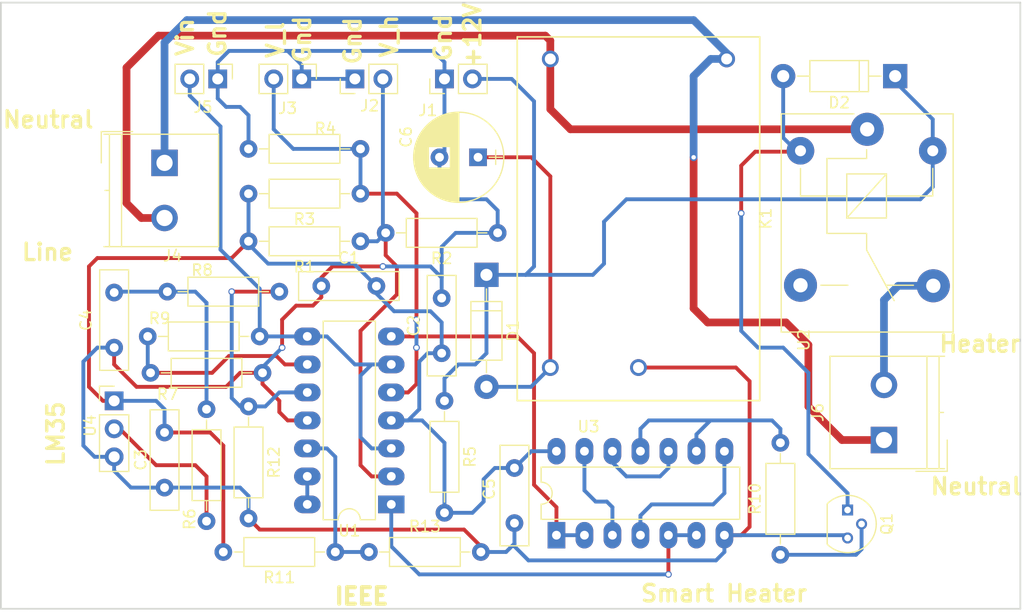
<source format=kicad_pcb>
(kicad_pcb (version 4) (host pcbnew 4.0.7-e2-6376~58~ubuntu16.04.1)

  (general
    (links 72)
    (no_connects 0)
    (area 98.442857 19.825 199.557143 75.2575)
    (thickness 1.6)
    (drawings 20)
    (tracks 293)
    (zones 0)
    (modules 37)
    (nets 26)
  )

  (page A4)
  (layers
    (0 F.Cu signal)
    (31 B.Cu signal)
    (32 B.Adhes user hide)
    (33 F.Adhes user hide)
    (34 B.Paste user hide)
    (35 F.Paste user hide)
    (36 B.SilkS user hide)
    (37 F.SilkS user)
    (38 B.Mask user hide)
    (39 F.Mask user hide)
    (40 Dwgs.User user hide)
    (41 Cmts.User user hide)
    (42 Eco1.User user hide)
    (43 Eco2.User user hide)
    (44 Edge.Cuts user)
    (45 Margin user hide)
    (46 B.CrtYd user hide)
    (47 F.CrtYd user)
    (48 B.Fab user hide)
    (49 F.Fab user hide)
  )

  (setup
    (last_trace_width 0.7)
    (trace_clearance 0.2)
    (zone_clearance 0.508)
    (zone_45_only no)
    (trace_min 0.2)
    (segment_width 0.2)
    (edge_width 0.15)
    (via_size 0.6)
    (via_drill 0.4)
    (via_min_size 0.4)
    (via_min_drill 0.3)
    (uvia_size 0.3)
    (uvia_drill 0.1)
    (uvias_allowed no)
    (uvia_min_size 0.2)
    (uvia_min_drill 0.1)
    (pcb_text_width 0.3)
    (pcb_text_size 1.5 1.5)
    (mod_edge_width 0.15)
    (mod_text_size 1 1)
    (mod_text_width 0.15)
    (pad_size 3.2 3.2)
    (pad_drill 3.2)
    (pad_to_mask_clearance 0.2)
    (aux_axis_origin 0 0)
    (visible_elements FFFFFF7F)
    (pcbplotparams
      (layerselection 0x09010_80000001)
      (usegerberextensions false)
      (excludeedgelayer true)
      (linewidth 0.100000)
      (plotframeref false)
      (viasonmask false)
      (mode 1)
      (useauxorigin false)
      (hpglpennumber 1)
      (hpglpenspeed 20)
      (hpglpendiameter 15)
      (hpglpenoverlay 2)
      (psnegative false)
      (psa4output false)
      (plotreference true)
      (plotvalue true)
      (plotinvisibletext false)
      (padsonsilk false)
      (subtractmaskfromsilk false)
      (outputformat 1)
      (mirror false)
      (drillshape 0)
      (scaleselection 1)
      (outputdirectory Gerbers/))
  )

  (net 0 "")
  (net 1 GND)
  (net 2 +12V)
  (net 3 V_lm35)
  (net 4 +12Va)
  (net 5 V_h)
  (net 6 V_l)
  (net 7 Neutral)
  (net 8 Line)
  (net 9 Vin)
  (net 10 Heater)
  (net 11 "Net-(K1-Pad3)")
  (net 12 "Net-(Q1-Pad2)")
  (net 13 "Net-(R6-Pad1)")
  (net 14 "Net-(R7-Pad1)")
  (net 15 Qbar)
  (net 16 "Net-(R11-Pad1)")
  (net 17 R)
  (net 18 "Net-(U1-Pad13)")
  (net 19 S)
  (net 20 "Net-(U3-Pad4)")
  (net 21 Q)
  (net 22 "Net-(U3-Pad13)")
  (net 23 "Net-(C6-Pad1)")
  (net 24 "Net-(D2-Pad2)")
  (net 25 "Net-(R12-Pad1)")

  (net_class Default "This is the default net class."
    (clearance 0.2)
    (trace_width 0.7)
    (via_dia 0.6)
    (via_drill 0.4)
    (uvia_dia 0.3)
    (uvia_drill 0.1)
    (add_net +12V)
    (add_net +12Va)
    (add_net GND)
    (add_net Heater)
    (add_net Line)
    (add_net "Net-(C6-Pad1)")
    (add_net "Net-(D2-Pad2)")
    (add_net "Net-(K1-Pad3)")
    (add_net "Net-(Q1-Pad2)")
    (add_net "Net-(R11-Pad1)")
    (add_net "Net-(R12-Pad1)")
    (add_net "Net-(R6-Pad1)")
    (add_net "Net-(R7-Pad1)")
    (add_net "Net-(U1-Pad13)")
    (add_net "Net-(U3-Pad13)")
    (add_net "Net-(U3-Pad4)")
    (add_net Neutral)
    (add_net Q)
    (add_net Qbar)
    (add_net R)
    (add_net S)
    (add_net V_h)
    (add_net V_l)
    (add_net V_lm35)
    (add_net Vin)
  )

  (module Capacitors_THT:C_Disc_D9.0mm_W2.5mm_P5.00mm (layer F.Cu) (tedit 597BC7C2) (tstamp 5C8C919D)
    (at 131.572 45.72)
    (descr "C, Disc series, Radial, pin pitch=5.00mm, , diameter*width=9*2.5mm^2, Capacitor, http://cdn-reichelt.de/documents/datenblatt/B300/DS_KERKO_TC.pdf")
    (tags "C Disc series Radial pin pitch 5.00mm  diameter 9mm width 2.5mm Capacitor")
    (path /5C8CE4B8)
    (fp_text reference C1 (at 2.5 -2.56) (layer F.SilkS)
      (effects (font (size 1 1) (thickness 0.15)))
    )
    (fp_text value C (at 2.5 2.56) (layer F.Fab)
      (effects (font (size 1 1) (thickness 0.15)))
    )
    (fp_line (start -2 -1.25) (end -2 1.25) (layer F.Fab) (width 0.1))
    (fp_line (start -2 1.25) (end 7 1.25) (layer F.Fab) (width 0.1))
    (fp_line (start 7 1.25) (end 7 -1.25) (layer F.Fab) (width 0.1))
    (fp_line (start 7 -1.25) (end -2 -1.25) (layer F.Fab) (width 0.1))
    (fp_line (start -2.06 -1.31) (end 7.06 -1.31) (layer F.SilkS) (width 0.12))
    (fp_line (start -2.06 1.31) (end 7.06 1.31) (layer F.SilkS) (width 0.12))
    (fp_line (start -2.06 -1.31) (end -2.06 1.31) (layer F.SilkS) (width 0.12))
    (fp_line (start 7.06 -1.31) (end 7.06 1.31) (layer F.SilkS) (width 0.12))
    (fp_line (start -2.35 -1.6) (end -2.35 1.6) (layer F.CrtYd) (width 0.05))
    (fp_line (start -2.35 1.6) (end 7.35 1.6) (layer F.CrtYd) (width 0.05))
    (fp_line (start 7.35 1.6) (end 7.35 -1.6) (layer F.CrtYd) (width 0.05))
    (fp_line (start 7.35 -1.6) (end -2.35 -1.6) (layer F.CrtYd) (width 0.05))
    (fp_text user %R (at 2.5 0) (layer F.Fab)
      (effects (font (size 1 1) (thickness 0.15)))
    )
    (pad 1 thru_hole circle (at 0 0) (size 1.6 1.6) (drill 0.8) (layers *.Cu *.Mask)
      (net 1 GND))
    (pad 2 thru_hole circle (at 5 0) (size 1.6 1.6) (drill 0.8) (layers *.Cu *.Mask)
      (net 2 +12V))
    (model ${KISYS3DMOD}/Capacitors_THT.3dshapes/C_Disc_D9.0mm_W2.5mm_P5.00mm.wrl
      (at (xyz 0 0 0))
      (scale (xyz 1 1 1))
      (rotate (xyz 0 0 0))
    )
  )

  (module Capacitors_THT:C_Disc_D9.0mm_W2.5mm_P5.00mm (layer F.Cu) (tedit 597BC7C2) (tstamp 5C8C91A3)
    (at 142.494 51.816 90)
    (descr "C, Disc series, Radial, pin pitch=5.00mm, , diameter*width=9*2.5mm^2, Capacitor, http://cdn-reichelt.de/documents/datenblatt/B300/DS_KERKO_TC.pdf")
    (tags "C Disc series Radial pin pitch 5.00mm  diameter 9mm width 2.5mm Capacitor")
    (path /5C8CB1E1)
    (fp_text reference C2 (at 2.5 -2.56 90) (layer F.SilkS)
      (effects (font (size 1 1) (thickness 0.15)))
    )
    (fp_text value C (at 2.5 2.56 90) (layer F.Fab)
      (effects (font (size 1 1) (thickness 0.15)))
    )
    (fp_line (start -2 -1.25) (end -2 1.25) (layer F.Fab) (width 0.1))
    (fp_line (start -2 1.25) (end 7 1.25) (layer F.Fab) (width 0.1))
    (fp_line (start 7 1.25) (end 7 -1.25) (layer F.Fab) (width 0.1))
    (fp_line (start 7 -1.25) (end -2 -1.25) (layer F.Fab) (width 0.1))
    (fp_line (start -2.06 -1.31) (end 7.06 -1.31) (layer F.SilkS) (width 0.12))
    (fp_line (start -2.06 1.31) (end 7.06 1.31) (layer F.SilkS) (width 0.12))
    (fp_line (start -2.06 -1.31) (end -2.06 1.31) (layer F.SilkS) (width 0.12))
    (fp_line (start 7.06 -1.31) (end 7.06 1.31) (layer F.SilkS) (width 0.12))
    (fp_line (start -2.35 -1.6) (end -2.35 1.6) (layer F.CrtYd) (width 0.05))
    (fp_line (start -2.35 1.6) (end 7.35 1.6) (layer F.CrtYd) (width 0.05))
    (fp_line (start 7.35 1.6) (end 7.35 -1.6) (layer F.CrtYd) (width 0.05))
    (fp_line (start 7.35 -1.6) (end -2.35 -1.6) (layer F.CrtYd) (width 0.05))
    (fp_text user %R (at 2.5 0 90) (layer F.Fab)
      (effects (font (size 1 1) (thickness 0.15)))
    )
    (pad 1 thru_hole circle (at 0 0 90) (size 1.6 1.6) (drill 0.8) (layers *.Cu *.Mask)
      (net 2 +12V))
    (pad 2 thru_hole circle (at 5 0 90) (size 1.6 1.6) (drill 0.8) (layers *.Cu *.Mask)
      (net 1 GND))
    (model ${KISYS3DMOD}/Capacitors_THT.3dshapes/C_Disc_D9.0mm_W2.5mm_P5.00mm.wrl
      (at (xyz 0 0 0))
      (scale (xyz 1 1 1))
      (rotate (xyz 0 0 0))
    )
  )

  (module Capacitors_THT:C_Disc_D9.0mm_W2.5mm_P5.00mm (layer F.Cu) (tedit 5C8DE893) (tstamp 5C8C91A9)
    (at 117.348 64.008 90)
    (descr "C, Disc series, Radial, pin pitch=5.00mm, , diameter*width=9*2.5mm^2, Capacitor, http://cdn-reichelt.de/documents/datenblatt/B300/DS_KERKO_TC.pdf")
    (tags "C Disc series Radial pin pitch 5.00mm  diameter 9mm width 2.5mm Capacitor")
    (path /5C8CD371)
    (fp_text reference C3 (at 2.518 -2.168 90) (layer F.SilkS)
      (effects (font (size 1 1) (thickness 0.15)))
    )
    (fp_text value C (at 2.5 2.56 90) (layer F.Fab)
      (effects (font (size 1 1) (thickness 0.15)))
    )
    (fp_line (start -2 -1.25) (end -2 1.25) (layer F.Fab) (width 0.1))
    (fp_line (start -2 1.25) (end 7 1.25) (layer F.Fab) (width 0.1))
    (fp_line (start 7 1.25) (end 7 -1.25) (layer F.Fab) (width 0.1))
    (fp_line (start 7 -1.25) (end -2 -1.25) (layer F.Fab) (width 0.1))
    (fp_line (start -2.06 -1.31) (end 7.06 -1.31) (layer F.SilkS) (width 0.12))
    (fp_line (start -2.06 1.31) (end 7.06 1.31) (layer F.SilkS) (width 0.12))
    (fp_line (start -2.06 -1.31) (end -2.06 1.31) (layer F.SilkS) (width 0.12))
    (fp_line (start 7.06 -1.31) (end 7.06 1.31) (layer F.SilkS) (width 0.12))
    (fp_line (start -2.35 -1.6) (end -2.35 1.6) (layer F.CrtYd) (width 0.05))
    (fp_line (start -2.35 1.6) (end 7.35 1.6) (layer F.CrtYd) (width 0.05))
    (fp_line (start 7.35 1.6) (end 7.35 -1.6) (layer F.CrtYd) (width 0.05))
    (fp_line (start 7.35 -1.6) (end -2.35 -1.6) (layer F.CrtYd) (width 0.05))
    (fp_text user %R (at 2.5 0 90) (layer F.Fab)
      (effects (font (size 1 1) (thickness 0.15)))
    )
    (pad 1 thru_hole circle (at 0 0 90) (size 1.6 1.6) (drill 0.8) (layers *.Cu *.Mask)
      (net 1 GND))
    (pad 2 thru_hole circle (at 5 0 90) (size 1.6 1.6) (drill 0.8) (layers *.Cu *.Mask)
      (net 2 +12V))
    (model ${KISYS3DMOD}/Capacitors_THT.3dshapes/C_Disc_D9.0mm_W2.5mm_P5.00mm.wrl
      (at (xyz 0 0 0))
      (scale (xyz 1 1 1))
      (rotate (xyz 0 0 0))
    )
  )

  (module Capacitors_THT:C_Disc_D9.0mm_W2.5mm_P5.00mm (layer F.Cu) (tedit 597BC7C2) (tstamp 5C8C91AF)
    (at 112.776 51.308 90)
    (descr "C, Disc series, Radial, pin pitch=5.00mm, , diameter*width=9*2.5mm^2, Capacitor, http://cdn-reichelt.de/documents/datenblatt/B300/DS_KERKO_TC.pdf")
    (tags "C Disc series Radial pin pitch 5.00mm  diameter 9mm width 2.5mm Capacitor")
    (path /5C8CD5E6)
    (fp_text reference C4 (at 2.5 -2.56 90) (layer F.SilkS)
      (effects (font (size 1 1) (thickness 0.15)))
    )
    (fp_text value C (at 2.5 2.56 90) (layer F.Fab)
      (effects (font (size 1 1) (thickness 0.15)))
    )
    (fp_line (start -2 -1.25) (end -2 1.25) (layer F.Fab) (width 0.1))
    (fp_line (start -2 1.25) (end 7 1.25) (layer F.Fab) (width 0.1))
    (fp_line (start 7 1.25) (end 7 -1.25) (layer F.Fab) (width 0.1))
    (fp_line (start 7 -1.25) (end -2 -1.25) (layer F.Fab) (width 0.1))
    (fp_line (start -2.06 -1.31) (end 7.06 -1.31) (layer F.SilkS) (width 0.12))
    (fp_line (start -2.06 1.31) (end 7.06 1.31) (layer F.SilkS) (width 0.12))
    (fp_line (start -2.06 -1.31) (end -2.06 1.31) (layer F.SilkS) (width 0.12))
    (fp_line (start 7.06 -1.31) (end 7.06 1.31) (layer F.SilkS) (width 0.12))
    (fp_line (start -2.35 -1.6) (end -2.35 1.6) (layer F.CrtYd) (width 0.05))
    (fp_line (start -2.35 1.6) (end 7.35 1.6) (layer F.CrtYd) (width 0.05))
    (fp_line (start 7.35 1.6) (end 7.35 -1.6) (layer F.CrtYd) (width 0.05))
    (fp_line (start 7.35 -1.6) (end -2.35 -1.6) (layer F.CrtYd) (width 0.05))
    (fp_text user %R (at 2.5 0 90) (layer F.Fab)
      (effects (font (size 1 1) (thickness 0.15)))
    )
    (pad 1 thru_hole circle (at 0 0 90) (size 1.6 1.6) (drill 0.8) (layers *.Cu *.Mask)
      (net 1 GND))
    (pad 2 thru_hole circle (at 5 0 90) (size 1.6 1.6) (drill 0.8) (layers *.Cu *.Mask)
      (net 3 V_lm35))
    (model ${KISYS3DMOD}/Capacitors_THT.3dshapes/C_Disc_D9.0mm_W2.5mm_P5.00mm.wrl
      (at (xyz 0 0 0))
      (scale (xyz 1 1 1))
      (rotate (xyz 0 0 0))
    )
  )

  (module Diodes_THT:D_DO-41_SOD81_P10.16mm_Horizontal (layer F.Cu) (tedit 5921392F) (tstamp 5C8C91B5)
    (at 146.558 44.704 270)
    (descr "D, DO-41_SOD81 series, Axial, Horizontal, pin pitch=10.16mm, , length*diameter=5.2*2.7mm^2, , http://www.diodes.com/_files/packages/DO-41%20(Plastic).pdf")
    (tags "D DO-41_SOD81 series Axial Horizontal pin pitch 10.16mm  length 5.2mm diameter 2.7mm")
    (path /5C8CACEA)
    (fp_text reference D1 (at 5.08 -2.41 270) (layer F.SilkS)
      (effects (font (size 1 1) (thickness 0.15)))
    )
    (fp_text value D (at 5.08 2.41 270) (layer F.Fab)
      (effects (font (size 1 1) (thickness 0.15)))
    )
    (fp_text user %R (at 5.08 0 270) (layer F.Fab)
      (effects (font (size 1 1) (thickness 0.15)))
    )
    (fp_line (start 2.48 -1.35) (end 2.48 1.35) (layer F.Fab) (width 0.1))
    (fp_line (start 2.48 1.35) (end 7.68 1.35) (layer F.Fab) (width 0.1))
    (fp_line (start 7.68 1.35) (end 7.68 -1.35) (layer F.Fab) (width 0.1))
    (fp_line (start 7.68 -1.35) (end 2.48 -1.35) (layer F.Fab) (width 0.1))
    (fp_line (start 0 0) (end 2.48 0) (layer F.Fab) (width 0.1))
    (fp_line (start 10.16 0) (end 7.68 0) (layer F.Fab) (width 0.1))
    (fp_line (start 3.26 -1.35) (end 3.26 1.35) (layer F.Fab) (width 0.1))
    (fp_line (start 2.42 -1.41) (end 2.42 1.41) (layer F.SilkS) (width 0.12))
    (fp_line (start 2.42 1.41) (end 7.74 1.41) (layer F.SilkS) (width 0.12))
    (fp_line (start 7.74 1.41) (end 7.74 -1.41) (layer F.SilkS) (width 0.12))
    (fp_line (start 7.74 -1.41) (end 2.42 -1.41) (layer F.SilkS) (width 0.12))
    (fp_line (start 1.28 0) (end 2.42 0) (layer F.SilkS) (width 0.12))
    (fp_line (start 8.88 0) (end 7.74 0) (layer F.SilkS) (width 0.12))
    (fp_line (start 3.26 -1.41) (end 3.26 1.41) (layer F.SilkS) (width 0.12))
    (fp_line (start -1.35 -1.7) (end -1.35 1.7) (layer F.CrtYd) (width 0.05))
    (fp_line (start -1.35 1.7) (end 11.55 1.7) (layer F.CrtYd) (width 0.05))
    (fp_line (start 11.55 1.7) (end 11.55 -1.7) (layer F.CrtYd) (width 0.05))
    (fp_line (start 11.55 -1.7) (end -1.35 -1.7) (layer F.CrtYd) (width 0.05))
    (pad 1 thru_hole rect (at 0 0 270) (size 2.2 2.2) (drill 1.1) (layers *.Cu *.Mask)
      (net 4 +12Va))
    (pad 2 thru_hole oval (at 10.16 0 270) (size 2.2 2.2) (drill 1.1) (layers *.Cu *.Mask)
      (net 23 "Net-(C6-Pad1)"))
    (model ${KISYS3DMOD}/Diodes_THT.3dshapes/D_DO-41_SOD81_P10.16mm_Horizontal.wrl
      (at (xyz 0 0 0))
      (scale (xyz 0.393701 0.393701 0.393701))
      (rotate (xyz 0 0 0))
    )
  )

  (module Diodes_THT:D_DO-41_SOD81_P10.16mm_Horizontal (layer F.Cu) (tedit 5921392F) (tstamp 5C8C91BB)
    (at 183.642 26.67 180)
    (descr "D, DO-41_SOD81 series, Axial, Horizontal, pin pitch=10.16mm, , length*diameter=5.2*2.7mm^2, , http://www.diodes.com/_files/packages/DO-41%20(Plastic).pdf")
    (tags "D DO-41_SOD81 series Axial Horizontal pin pitch 10.16mm  length 5.2mm diameter 2.7mm")
    (path /5C8C998C)
    (fp_text reference D2 (at 5.08 -2.41 180) (layer F.SilkS)
      (effects (font (size 1 1) (thickness 0.15)))
    )
    (fp_text value D (at 5.08 2.41 180) (layer F.Fab)
      (effects (font (size 1 1) (thickness 0.15)))
    )
    (fp_text user %R (at 5.08 0 180) (layer F.Fab)
      (effects (font (size 1 1) (thickness 0.15)))
    )
    (fp_line (start 2.48 -1.35) (end 2.48 1.35) (layer F.Fab) (width 0.1))
    (fp_line (start 2.48 1.35) (end 7.68 1.35) (layer F.Fab) (width 0.1))
    (fp_line (start 7.68 1.35) (end 7.68 -1.35) (layer F.Fab) (width 0.1))
    (fp_line (start 7.68 -1.35) (end 2.48 -1.35) (layer F.Fab) (width 0.1))
    (fp_line (start 0 0) (end 2.48 0) (layer F.Fab) (width 0.1))
    (fp_line (start 10.16 0) (end 7.68 0) (layer F.Fab) (width 0.1))
    (fp_line (start 3.26 -1.35) (end 3.26 1.35) (layer F.Fab) (width 0.1))
    (fp_line (start 2.42 -1.41) (end 2.42 1.41) (layer F.SilkS) (width 0.12))
    (fp_line (start 2.42 1.41) (end 7.74 1.41) (layer F.SilkS) (width 0.12))
    (fp_line (start 7.74 1.41) (end 7.74 -1.41) (layer F.SilkS) (width 0.12))
    (fp_line (start 7.74 -1.41) (end 2.42 -1.41) (layer F.SilkS) (width 0.12))
    (fp_line (start 1.28 0) (end 2.42 0) (layer F.SilkS) (width 0.12))
    (fp_line (start 8.88 0) (end 7.74 0) (layer F.SilkS) (width 0.12))
    (fp_line (start 3.26 -1.41) (end 3.26 1.41) (layer F.SilkS) (width 0.12))
    (fp_line (start -1.35 -1.7) (end -1.35 1.7) (layer F.CrtYd) (width 0.05))
    (fp_line (start -1.35 1.7) (end 11.55 1.7) (layer F.CrtYd) (width 0.05))
    (fp_line (start 11.55 1.7) (end 11.55 -1.7) (layer F.CrtYd) (width 0.05))
    (fp_line (start 11.55 -1.7) (end -1.35 -1.7) (layer F.CrtYd) (width 0.05))
    (pad 1 thru_hole rect (at 0 0 180) (size 2.2 2.2) (drill 1.1) (layers *.Cu *.Mask)
      (net 4 +12Va))
    (pad 2 thru_hole oval (at 10.16 0 180) (size 2.2 2.2) (drill 1.1) (layers *.Cu *.Mask)
      (net 24 "Net-(D2-Pad2)"))
    (model ${KISYS3DMOD}/Diodes_THT.3dshapes/D_DO-41_SOD81_P10.16mm_Horizontal.wrl
      (at (xyz 0 0 0))
      (scale (xyz 0.393701 0.393701 0.393701))
      (rotate (xyz 0 0 0))
    )
  )

  (module Pin_Headers:Pin_Header_Straight_1x02_Pitch2.54mm (layer F.Cu) (tedit 5C8DE84A) (tstamp 5C8C91C7)
    (at 142.748 26.924 90)
    (descr "Through hole straight pin header, 1x02, 2.54mm pitch, single row")
    (tags "Through hole pin header THT 1x02 2.54mm single row")
    (path /5C8D40B3)
    (fp_text reference J1 (at -2.856 -1.508 180) (layer F.SilkS)
      (effects (font (size 1 1) (thickness 0.15)))
    )
    (fp_text value Conn_01x02 (at 0 4.87 90) (layer F.Fab)
      (effects (font (size 1 1) (thickness 0.15)))
    )
    (fp_line (start -0.635 -1.27) (end 1.27 -1.27) (layer F.Fab) (width 0.1))
    (fp_line (start 1.27 -1.27) (end 1.27 3.81) (layer F.Fab) (width 0.1))
    (fp_line (start 1.27 3.81) (end -1.27 3.81) (layer F.Fab) (width 0.1))
    (fp_line (start -1.27 3.81) (end -1.27 -0.635) (layer F.Fab) (width 0.1))
    (fp_line (start -1.27 -0.635) (end -0.635 -1.27) (layer F.Fab) (width 0.1))
    (fp_line (start -1.33 3.87) (end 1.33 3.87) (layer F.SilkS) (width 0.12))
    (fp_line (start -1.33 1.27) (end -1.33 3.87) (layer F.SilkS) (width 0.12))
    (fp_line (start 1.33 1.27) (end 1.33 3.87) (layer F.SilkS) (width 0.12))
    (fp_line (start -1.33 1.27) (end 1.33 1.27) (layer F.SilkS) (width 0.12))
    (fp_line (start -1.33 0) (end -1.33 -1.33) (layer F.SilkS) (width 0.12))
    (fp_line (start -1.33 -1.33) (end 0 -1.33) (layer F.SilkS) (width 0.12))
    (fp_line (start -1.8 -1.8) (end -1.8 4.35) (layer F.CrtYd) (width 0.05))
    (fp_line (start -1.8 4.35) (end 1.8 4.35) (layer F.CrtYd) (width 0.05))
    (fp_line (start 1.8 4.35) (end 1.8 -1.8) (layer F.CrtYd) (width 0.05))
    (fp_line (start 1.8 -1.8) (end -1.8 -1.8) (layer F.CrtYd) (width 0.05))
    (fp_text user %R (at 0 1.27 180) (layer F.Fab)
      (effects (font (size 1 1) (thickness 0.15)))
    )
    (pad 1 thru_hole rect (at 0 0 90) (size 1.7 1.7) (drill 1) (layers *.Cu *.Mask)
      (net 1 GND))
    (pad 2 thru_hole oval (at 0 2.54 90) (size 1.7 1.7) (drill 1) (layers *.Cu *.Mask)
      (net 4 +12Va))
    (model ${KISYS3DMOD}/Pin_Headers.3dshapes/Pin_Header_Straight_1x02_Pitch2.54mm.wrl
      (at (xyz 0 0 0))
      (scale (xyz 1 1 1))
      (rotate (xyz 0 0 0))
    )
  )

  (module Pin_Headers:Pin_Header_Straight_1x02_Pitch2.54mm (layer F.Cu) (tedit 5C8DE84C) (tstamp 5C8C91CD)
    (at 134.62 26.924 90)
    (descr "Through hole straight pin header, 1x02, 2.54mm pitch, single row")
    (tags "Through hole pin header THT 1x02 2.54mm single row")
    (path /5C8DACA5)
    (fp_text reference J2 (at -2.436 1.34 180) (layer F.SilkS)
      (effects (font (size 1 1) (thickness 0.15)))
    )
    (fp_text value Conn_01x02 (at 0 4.87 90) (layer F.Fab)
      (effects (font (size 1 1) (thickness 0.15)))
    )
    (fp_line (start -0.635 -1.27) (end 1.27 -1.27) (layer F.Fab) (width 0.1))
    (fp_line (start 1.27 -1.27) (end 1.27 3.81) (layer F.Fab) (width 0.1))
    (fp_line (start 1.27 3.81) (end -1.27 3.81) (layer F.Fab) (width 0.1))
    (fp_line (start -1.27 3.81) (end -1.27 -0.635) (layer F.Fab) (width 0.1))
    (fp_line (start -1.27 -0.635) (end -0.635 -1.27) (layer F.Fab) (width 0.1))
    (fp_line (start -1.33 3.87) (end 1.33 3.87) (layer F.SilkS) (width 0.12))
    (fp_line (start -1.33 1.27) (end -1.33 3.87) (layer F.SilkS) (width 0.12))
    (fp_line (start 1.33 1.27) (end 1.33 3.87) (layer F.SilkS) (width 0.12))
    (fp_line (start -1.33 1.27) (end 1.33 1.27) (layer F.SilkS) (width 0.12))
    (fp_line (start -1.33 0) (end -1.33 -1.33) (layer F.SilkS) (width 0.12))
    (fp_line (start -1.33 -1.33) (end 0 -1.33) (layer F.SilkS) (width 0.12))
    (fp_line (start -1.8 -1.8) (end -1.8 4.35) (layer F.CrtYd) (width 0.05))
    (fp_line (start -1.8 4.35) (end 1.8 4.35) (layer F.CrtYd) (width 0.05))
    (fp_line (start 1.8 4.35) (end 1.8 -1.8) (layer F.CrtYd) (width 0.05))
    (fp_line (start 1.8 -1.8) (end -1.8 -1.8) (layer F.CrtYd) (width 0.05))
    (fp_text user %R (at 0 1.27 180) (layer F.Fab)
      (effects (font (size 1 1) (thickness 0.15)))
    )
    (pad 1 thru_hole rect (at 0 0 90) (size 1.7 1.7) (drill 1) (layers *.Cu *.Mask)
      (net 1 GND))
    (pad 2 thru_hole oval (at 0 2.54 90) (size 1.7 1.7) (drill 1) (layers *.Cu *.Mask)
      (net 5 V_h))
    (model ${KISYS3DMOD}/Pin_Headers.3dshapes/Pin_Header_Straight_1x02_Pitch2.54mm.wrl
      (at (xyz 0 0 0))
      (scale (xyz 1 1 1))
      (rotate (xyz 0 0 0))
    )
  )

  (module Pin_Headers:Pin_Header_Straight_1x02_Pitch2.54mm (layer F.Cu) (tedit 5C8DE84E) (tstamp 5C8C91D3)
    (at 129.794 26.924 270)
    (descr "Through hole straight pin header, 1x02, 2.54mm pitch, single row")
    (tags "Through hole pin header THT 1x02 2.54mm single row")
    (path /5C8DAD67)
    (fp_text reference J3 (at 2.666 1.274 360) (layer F.SilkS)
      (effects (font (size 1 1) (thickness 0.15)))
    )
    (fp_text value Conn_01x02 (at 0 4.87 270) (layer F.Fab)
      (effects (font (size 1 1) (thickness 0.15)))
    )
    (fp_line (start -0.635 -1.27) (end 1.27 -1.27) (layer F.Fab) (width 0.1))
    (fp_line (start 1.27 -1.27) (end 1.27 3.81) (layer F.Fab) (width 0.1))
    (fp_line (start 1.27 3.81) (end -1.27 3.81) (layer F.Fab) (width 0.1))
    (fp_line (start -1.27 3.81) (end -1.27 -0.635) (layer F.Fab) (width 0.1))
    (fp_line (start -1.27 -0.635) (end -0.635 -1.27) (layer F.Fab) (width 0.1))
    (fp_line (start -1.33 3.87) (end 1.33 3.87) (layer F.SilkS) (width 0.12))
    (fp_line (start -1.33 1.27) (end -1.33 3.87) (layer F.SilkS) (width 0.12))
    (fp_line (start 1.33 1.27) (end 1.33 3.87) (layer F.SilkS) (width 0.12))
    (fp_line (start -1.33 1.27) (end 1.33 1.27) (layer F.SilkS) (width 0.12))
    (fp_line (start -1.33 0) (end -1.33 -1.33) (layer F.SilkS) (width 0.12))
    (fp_line (start -1.33 -1.33) (end 0 -1.33) (layer F.SilkS) (width 0.12))
    (fp_line (start -1.8 -1.8) (end -1.8 4.35) (layer F.CrtYd) (width 0.05))
    (fp_line (start -1.8 4.35) (end 1.8 4.35) (layer F.CrtYd) (width 0.05))
    (fp_line (start 1.8 4.35) (end 1.8 -1.8) (layer F.CrtYd) (width 0.05))
    (fp_line (start 1.8 -1.8) (end -1.8 -1.8) (layer F.CrtYd) (width 0.05))
    (fp_text user %R (at 0 1.27 360) (layer F.Fab)
      (effects (font (size 1 1) (thickness 0.15)))
    )
    (pad 1 thru_hole rect (at 0 0 270) (size 1.7 1.7) (drill 1) (layers *.Cu *.Mask)
      (net 1 GND))
    (pad 2 thru_hole oval (at 0 2.54 270) (size 1.7 1.7) (drill 1) (layers *.Cu *.Mask)
      (net 6 V_l))
    (model ${KISYS3DMOD}/Pin_Headers.3dshapes/Pin_Header_Straight_1x02_Pitch2.54mm.wrl
      (at (xyz 0 0 0))
      (scale (xyz 1 1 1))
      (rotate (xyz 0 0 0))
    )
  )

  (module Connectors_Terminal_Blocks:TerminalBlock_Philmore_TB132_02x5mm_Straight (layer F.Cu) (tedit 5C8DE876) (tstamp 5C8C91D9)
    (at 117.348 34.544 270)
    (descr "2-way 5.0mm pitch terminal block, http://www.philmore-datak.com/mc/Page%20197.pdf")
    (tags "screw terminal block")
    (path /5C8D37A2)
    (fp_text reference J4 (at 8.436 -0.722 360) (layer F.SilkS)
      (effects (font (size 1 1) (thickness 0.15)))
    )
    (fp_text value Conn_01x02 (at 2.5 6.9 270) (layer F.Fab)
      (effects (font (size 1 1) (thickness 0.15)))
    )
    (fp_line (start -3 -5.3) (end -3 5.9) (layer F.CrtYd) (width 0.05))
    (fp_line (start -3 5.9) (end 8 5.9) (layer F.CrtYd) (width 0.05))
    (fp_line (start 8 5.9) (end 8 -5.3) (layer F.CrtYd) (width 0.05))
    (fp_line (start 8 -5.3) (end -3 -5.3) (layer F.CrtYd) (width 0.05))
    (fp_line (start -2.5 3.9) (end 7.5 3.9) (layer F.Fab) (width 0.1))
    (fp_line (start -2.5 5) (end 7.5 5) (layer F.Fab) (width 0.1))
    (fp_line (start -2.5 5.4) (end -2.5 -4.8) (layer F.Fab) (width 0.1))
    (fp_line (start -2.5 -4.8) (end 7.5 -4.8) (layer F.Fab) (width 0.1))
    (fp_line (start 7.5 -4.8) (end 7.5 5.4) (layer F.Fab) (width 0.1))
    (fp_line (start 2.5 5) (end 2.5 5.4) (layer F.Fab) (width 0.1))
    (fp_line (start -2.84 2.9) (end -2.84 5.74) (layer F.Fab) (width 0.1))
    (fp_line (start -2.84 5.74) (end 0 5.74) (layer F.Fab) (width 0.1))
    (fp_line (start -2.6 3.9) (end 7.6 3.9) (layer F.SilkS) (width 0.12))
    (fp_line (start -2.6 5) (end 7.6 5) (layer F.SilkS) (width 0.12))
    (fp_line (start -2.6 5.5) (end -2.6 -4.9) (layer F.SilkS) (width 0.12))
    (fp_line (start -2.6 -4.9) (end 7.6 -4.9) (layer F.SilkS) (width 0.12))
    (fp_line (start 7.6 -4.9) (end 7.6 5.5) (layer F.SilkS) (width 0.12))
    (fp_line (start 2.5 5) (end 2.5 5.4) (layer F.SilkS) (width 0.12))
    (fp_line (start -2.84 2.9) (end -2.84 5.74) (layer F.SilkS) (width 0.12))
    (fp_line (start -2.84 5.74) (end 0 5.74) (layer F.SilkS) (width 0.12))
    (fp_text user %R (at 2.5 0.3 270) (layer F.Fab)
      (effects (font (size 1 1) (thickness 0.15)))
    )
    (pad 1 thru_hole rect (at 0 0 270) (size 2.4 2.4) (drill 1.47) (layers *.Cu *.Mask)
      (net 7 Neutral))
    (pad 2 thru_hole circle (at 5 0 270) (size 2.4 2.4) (drill 1.47) (layers *.Cu *.Mask)
      (net 8 Line))
    (model ${KISYS3DMOD}/Connectors_Terminal_Blocks.3dshapes/TerminalBlock_Philmore_TB132_02x5mm_Straight.wrl
      (at (xyz 0 0 0))
      (scale (xyz 1 1 1))
      (rotate (xyz 0 0 0))
    )
  )

  (module Pin_Headers:Pin_Header_Straight_1x02_Pitch2.54mm (layer F.Cu) (tedit 5C8DE851) (tstamp 5C8C91DF)
    (at 122.174 26.924 270)
    (descr "Through hole straight pin header, 1x02, 2.54mm pitch, single row")
    (tags "Through hole pin header THT 1x02 2.54mm single row")
    (path /5C8DAE14)
    (fp_text reference J5 (at 2.556 1.334 360) (layer F.SilkS)
      (effects (font (size 1 1) (thickness 0.15)))
    )
    (fp_text value Conn_01x02 (at 0 4.87 270) (layer F.Fab)
      (effects (font (size 1 1) (thickness 0.15)))
    )
    (fp_line (start -0.635 -1.27) (end 1.27 -1.27) (layer F.Fab) (width 0.1))
    (fp_line (start 1.27 -1.27) (end 1.27 3.81) (layer F.Fab) (width 0.1))
    (fp_line (start 1.27 3.81) (end -1.27 3.81) (layer F.Fab) (width 0.1))
    (fp_line (start -1.27 3.81) (end -1.27 -0.635) (layer F.Fab) (width 0.1))
    (fp_line (start -1.27 -0.635) (end -0.635 -1.27) (layer F.Fab) (width 0.1))
    (fp_line (start -1.33 3.87) (end 1.33 3.87) (layer F.SilkS) (width 0.12))
    (fp_line (start -1.33 1.27) (end -1.33 3.87) (layer F.SilkS) (width 0.12))
    (fp_line (start 1.33 1.27) (end 1.33 3.87) (layer F.SilkS) (width 0.12))
    (fp_line (start -1.33 1.27) (end 1.33 1.27) (layer F.SilkS) (width 0.12))
    (fp_line (start -1.33 0) (end -1.33 -1.33) (layer F.SilkS) (width 0.12))
    (fp_line (start -1.33 -1.33) (end 0 -1.33) (layer F.SilkS) (width 0.12))
    (fp_line (start -1.8 -1.8) (end -1.8 4.35) (layer F.CrtYd) (width 0.05))
    (fp_line (start -1.8 4.35) (end 1.8 4.35) (layer F.CrtYd) (width 0.05))
    (fp_line (start 1.8 4.35) (end 1.8 -1.8) (layer F.CrtYd) (width 0.05))
    (fp_line (start 1.8 -1.8) (end -1.8 -1.8) (layer F.CrtYd) (width 0.05))
    (fp_text user %R (at 0 1.27 360) (layer F.Fab)
      (effects (font (size 1 1) (thickness 0.15)))
    )
    (pad 1 thru_hole rect (at 0 0 270) (size 1.7 1.7) (drill 1) (layers *.Cu *.Mask)
      (net 1 GND))
    (pad 2 thru_hole oval (at 0 2.54 270) (size 1.7 1.7) (drill 1) (layers *.Cu *.Mask)
      (net 9 Vin))
    (model ${KISYS3DMOD}/Pin_Headers.3dshapes/Pin_Header_Straight_1x02_Pitch2.54mm.wrl
      (at (xyz 0 0 0))
      (scale (xyz 1 1 1))
      (rotate (xyz 0 0 0))
    )
  )

  (module Connectors_Terminal_Blocks:TerminalBlock_Philmore_TB132_02x5mm_Straight (layer F.Cu) (tedit 59661312) (tstamp 5C8C91E5)
    (at 182.626 59.69 90)
    (descr "2-way 5.0mm pitch terminal block, http://www.philmore-datak.com/mc/Page%20197.pdf")
    (tags "screw terminal block")
    (path /5C8D391B)
    (fp_text reference J6 (at 2.5 -6 90) (layer F.SilkS)
      (effects (font (size 1 1) (thickness 0.15)))
    )
    (fp_text value Conn_01x02 (at 2.5 6.9 90) (layer F.Fab)
      (effects (font (size 1 1) (thickness 0.15)))
    )
    (fp_line (start -3 -5.3) (end -3 5.9) (layer F.CrtYd) (width 0.05))
    (fp_line (start -3 5.9) (end 8 5.9) (layer F.CrtYd) (width 0.05))
    (fp_line (start 8 5.9) (end 8 -5.3) (layer F.CrtYd) (width 0.05))
    (fp_line (start 8 -5.3) (end -3 -5.3) (layer F.CrtYd) (width 0.05))
    (fp_line (start -2.5 3.9) (end 7.5 3.9) (layer F.Fab) (width 0.1))
    (fp_line (start -2.5 5) (end 7.5 5) (layer F.Fab) (width 0.1))
    (fp_line (start -2.5 5.4) (end -2.5 -4.8) (layer F.Fab) (width 0.1))
    (fp_line (start -2.5 -4.8) (end 7.5 -4.8) (layer F.Fab) (width 0.1))
    (fp_line (start 7.5 -4.8) (end 7.5 5.4) (layer F.Fab) (width 0.1))
    (fp_line (start 2.5 5) (end 2.5 5.4) (layer F.Fab) (width 0.1))
    (fp_line (start -2.84 2.9) (end -2.84 5.74) (layer F.Fab) (width 0.1))
    (fp_line (start -2.84 5.74) (end 0 5.74) (layer F.Fab) (width 0.1))
    (fp_line (start -2.6 3.9) (end 7.6 3.9) (layer F.SilkS) (width 0.12))
    (fp_line (start -2.6 5) (end 7.6 5) (layer F.SilkS) (width 0.12))
    (fp_line (start -2.6 5.5) (end -2.6 -4.9) (layer F.SilkS) (width 0.12))
    (fp_line (start -2.6 -4.9) (end 7.6 -4.9) (layer F.SilkS) (width 0.12))
    (fp_line (start 7.6 -4.9) (end 7.6 5.5) (layer F.SilkS) (width 0.12))
    (fp_line (start 2.5 5) (end 2.5 5.4) (layer F.SilkS) (width 0.12))
    (fp_line (start -2.84 2.9) (end -2.84 5.74) (layer F.SilkS) (width 0.12))
    (fp_line (start -2.84 5.74) (end 0 5.74) (layer F.SilkS) (width 0.12))
    (fp_text user %R (at 2.5 0.3 90) (layer F.Fab)
      (effects (font (size 1 1) (thickness 0.15)))
    )
    (pad 1 thru_hole rect (at 0 0 90) (size 2.4 2.4) (drill 1.47) (layers *.Cu *.Mask)
      (net 7 Neutral))
    (pad 2 thru_hole circle (at 5 0 90) (size 2.4 2.4) (drill 1.47) (layers *.Cu *.Mask)
      (net 10 Heater))
    (model ${KISYS3DMOD}/Connectors_Terminal_Blocks.3dshapes/TerminalBlock_Philmore_TB132_02x5mm_Straight.wrl
      (at (xyz 0 0 0))
      (scale (xyz 1 1 1))
      (rotate (xyz 0 0 0))
    )
  )

  (module Relays_THT:Relay_SPDT_SANYOU_SRD_Series_Form_C (layer F.Cu) (tedit 58FA3148) (tstamp 5C8C91EE)
    (at 181.102 31.496 270)
    (descr "relay Sanyou SRD series Form C http://www.sanyourelay.ca/public/products/pdf/SRD.pdf")
    (tags "relay Sanyu SRD form C")
    (path /5C8E1B3D)
    (fp_text reference K1 (at 8.1 9.2 270) (layer F.SilkS)
      (effects (font (size 1 1) (thickness 0.15)))
    )
    (fp_text value SANYOU_SRD_Form_C (at 8 -9.6 270) (layer F.Fab)
      (effects (font (size 1 1) (thickness 0.15)))
    )
    (fp_line (start -1.4 1.2) (end -1.4 7.8) (layer F.SilkS) (width 0.12))
    (fp_line (start -1.4 -7.8) (end -1.4 -1.2) (layer F.SilkS) (width 0.12))
    (fp_line (start -1.4 -7.8) (end 18.4 -7.8) (layer F.SilkS) (width 0.12))
    (fp_line (start 18.4 -7.8) (end 18.4 7.8) (layer F.SilkS) (width 0.12))
    (fp_line (start 18.4 7.8) (end -1.4 7.8) (layer F.SilkS) (width 0.12))
    (fp_text user 1 (at 0 -2.3 270) (layer F.Fab)
      (effects (font (size 1 1) (thickness 0.15)))
    )
    (fp_line (start -1.3 -7.7) (end 18.3 -7.7) (layer F.Fab) (width 0.12))
    (fp_line (start 18.3 -7.7) (end 18.3 7.7) (layer F.Fab) (width 0.12))
    (fp_line (start 18.3 7.7) (end -1.3 7.7) (layer F.Fab) (width 0.12))
    (fp_line (start -1.3 7.7) (end -1.3 -7.7) (layer F.Fab) (width 0.12))
    (fp_text user %R (at 7.1 0.025 270) (layer F.Fab)
      (effects (font (size 1 1) (thickness 0.15)))
    )
    (fp_line (start 18.55 -7.95) (end -1.55 -7.95) (layer F.CrtYd) (width 0.05))
    (fp_line (start -1.55 7.95) (end -1.55 -7.95) (layer F.CrtYd) (width 0.05))
    (fp_line (start 18.55 -7.95) (end 18.55 7.95) (layer F.CrtYd) (width 0.05))
    (fp_line (start -1.55 7.95) (end 18.55 7.95) (layer F.CrtYd) (width 0.05))
    (fp_line (start 14.15 4.2) (end 14.15 1.75) (layer F.SilkS) (width 0.12))
    (fp_line (start 14.15 -4.2) (end 14.15 -1.7) (layer F.SilkS) (width 0.12))
    (fp_line (start 3.55 6.05) (end 6.05 6.05) (layer F.SilkS) (width 0.12))
    (fp_line (start 2.65 0.05) (end 1.85 0.05) (layer F.SilkS) (width 0.12))
    (fp_line (start 6.05 -5.95) (end 3.55 -5.95) (layer F.SilkS) (width 0.12))
    (fp_line (start 9.45 0.05) (end 10.95 0.05) (layer F.SilkS) (width 0.12))
    (fp_line (start 10.95 0.05) (end 15.55 -2.45) (layer F.SilkS) (width 0.12))
    (fp_line (start 9.45 3.65) (end 2.65 3.65) (layer F.SilkS) (width 0.12))
    (fp_line (start 9.45 0.05) (end 9.45 3.65) (layer F.SilkS) (width 0.12))
    (fp_line (start 2.65 0.05) (end 2.65 3.65) (layer F.SilkS) (width 0.12))
    (fp_line (start 6.05 -5.95) (end 6.05 -1.75) (layer F.SilkS) (width 0.12))
    (fp_line (start 6.05 1.85) (end 6.05 6.05) (layer F.SilkS) (width 0.12))
    (fp_line (start 8.05 1.85) (end 4.05 -1.75) (layer F.SilkS) (width 0.12))
    (fp_line (start 4.05 1.85) (end 4.05 -1.75) (layer F.SilkS) (width 0.12))
    (fp_line (start 4.05 -1.75) (end 8.05 -1.75) (layer F.SilkS) (width 0.12))
    (fp_line (start 8.05 -1.75) (end 8.05 1.85) (layer F.SilkS) (width 0.12))
    (fp_line (start 8.05 1.85) (end 4.05 1.85) (layer F.SilkS) (width 0.12))
    (pad 2 thru_hole circle (at 1.95 6.05) (size 2.5 2.5) (drill 1) (layers *.Cu *.Mask)
      (net 24 "Net-(D2-Pad2)"))
    (pad 3 thru_hole circle (at 14.15 6.05) (size 3 3) (drill 1.3) (layers *.Cu *.Mask)
      (net 11 "Net-(K1-Pad3)"))
    (pad 4 thru_hole circle (at 14.2 -6) (size 3 3) (drill 1.3) (layers *.Cu *.Mask)
      (net 10 Heater))
    (pad 5 thru_hole circle (at 1.95 -5.95) (size 2.5 2.5) (drill 1) (layers *.Cu *.Mask)
      (net 4 +12Va))
    (pad 1 thru_hole circle (at 0 0) (size 3 3) (drill 1.3) (layers *.Cu *.Mask)
      (net 8 Line))
    (model ${KISYS3DMOD}/Relays_THT.3dshapes/Relay_SPDT_SANYOU_SRD_Series_Form_C.wrl
      (at (xyz 0 0 0))
      (scale (xyz 1 1 1))
      (rotate (xyz 0 0 0))
    )
  )

  (module TO_SOT_Packages_THT:TO-92_Molded_Narrow (layer F.Cu) (tedit 58CE52AF) (tstamp 5C8C91F5)
    (at 179.324 66.04 270)
    (descr "TO-92 leads molded, narrow, drill 0.6mm (see NXP sot054_po.pdf)")
    (tags "to-92 sc-43 sc-43a sot54 PA33 transistor")
    (path /5C8C8B7C)
    (fp_text reference Q1 (at 1.27 -3.56 270) (layer F.SilkS)
      (effects (font (size 1 1) (thickness 0.15)))
    )
    (fp_text value BC547 (at 1.27 2.79 270) (layer F.Fab)
      (effects (font (size 1 1) (thickness 0.15)))
    )
    (fp_text user %R (at 1.27 -3.56 270) (layer F.Fab)
      (effects (font (size 1 1) (thickness 0.15)))
    )
    (fp_line (start -0.53 1.85) (end 3.07 1.85) (layer F.SilkS) (width 0.12))
    (fp_line (start -0.5 1.75) (end 3 1.75) (layer F.Fab) (width 0.1))
    (fp_line (start -1.46 -2.73) (end 4 -2.73) (layer F.CrtYd) (width 0.05))
    (fp_line (start -1.46 -2.73) (end -1.46 2.01) (layer F.CrtYd) (width 0.05))
    (fp_line (start 4 2.01) (end 4 -2.73) (layer F.CrtYd) (width 0.05))
    (fp_line (start 4 2.01) (end -1.46 2.01) (layer F.CrtYd) (width 0.05))
    (fp_arc (start 1.27 0) (end 1.27 -2.48) (angle 135) (layer F.Fab) (width 0.1))
    (fp_arc (start 1.27 0) (end 1.27 -2.6) (angle -135) (layer F.SilkS) (width 0.12))
    (fp_arc (start 1.27 0) (end 1.27 -2.48) (angle -135) (layer F.Fab) (width 0.1))
    (fp_arc (start 1.27 0) (end 1.27 -2.6) (angle 135) (layer F.SilkS) (width 0.12))
    (pad 2 thru_hole circle (at 1.27 -1.27) (size 1 1) (drill 0.6) (layers *.Cu *.Mask)
      (net 12 "Net-(Q1-Pad2)"))
    (pad 3 thru_hole circle (at 2.54 0) (size 1 1) (drill 0.6) (layers *.Cu *.Mask)
      (net 1 GND))
    (pad 1 thru_hole rect (at 0 0) (size 1 1) (drill 0.6) (layers *.Cu *.Mask)
      (net 24 "Net-(D2-Pad2)"))
    (model ${KISYS3DMOD}/TO_SOT_Packages_THT.3dshapes/TO-92_Molded_Narrow.wrl
      (at (xyz 0.05 0 0))
      (scale (xyz 1 1 1))
      (rotate (xyz 0 0 -90))
    )
  )

  (module Resistors_THT:R_Axial_DIN0207_L6.3mm_D2.5mm_P10.16mm_Horizontal (layer F.Cu) (tedit 5874F706) (tstamp 5C8C91FB)
    (at 135.128 41.656 180)
    (descr "Resistor, Axial_DIN0207 series, Axial, Horizontal, pin pitch=10.16mm, 0.25W = 1/4W, length*diameter=6.3*2.5mm^2, http://cdn-reichelt.de/documents/datenblatt/B400/1_4W%23YAG.pdf")
    (tags "Resistor Axial_DIN0207 series Axial Horizontal pin pitch 10.16mm 0.25W = 1/4W length 6.3mm diameter 2.5mm")
    (path /5C8D8CC1)
    (fp_text reference R1 (at 5.08 -2.31 180) (layer F.SilkS)
      (effects (font (size 1 1) (thickness 0.15)))
    )
    (fp_text value R (at 5.08 2.31 180) (layer F.Fab)
      (effects (font (size 1 1) (thickness 0.15)))
    )
    (fp_line (start 1.93 -1.25) (end 1.93 1.25) (layer F.Fab) (width 0.1))
    (fp_line (start 1.93 1.25) (end 8.23 1.25) (layer F.Fab) (width 0.1))
    (fp_line (start 8.23 1.25) (end 8.23 -1.25) (layer F.Fab) (width 0.1))
    (fp_line (start 8.23 -1.25) (end 1.93 -1.25) (layer F.Fab) (width 0.1))
    (fp_line (start 0 0) (end 1.93 0) (layer F.Fab) (width 0.1))
    (fp_line (start 10.16 0) (end 8.23 0) (layer F.Fab) (width 0.1))
    (fp_line (start 1.87 -1.31) (end 1.87 1.31) (layer F.SilkS) (width 0.12))
    (fp_line (start 1.87 1.31) (end 8.29 1.31) (layer F.SilkS) (width 0.12))
    (fp_line (start 8.29 1.31) (end 8.29 -1.31) (layer F.SilkS) (width 0.12))
    (fp_line (start 8.29 -1.31) (end 1.87 -1.31) (layer F.SilkS) (width 0.12))
    (fp_line (start 0.98 0) (end 1.87 0) (layer F.SilkS) (width 0.12))
    (fp_line (start 9.18 0) (end 8.29 0) (layer F.SilkS) (width 0.12))
    (fp_line (start -1.05 -1.6) (end -1.05 1.6) (layer F.CrtYd) (width 0.05))
    (fp_line (start -1.05 1.6) (end 11.25 1.6) (layer F.CrtYd) (width 0.05))
    (fp_line (start 11.25 1.6) (end 11.25 -1.6) (layer F.CrtYd) (width 0.05))
    (fp_line (start 11.25 -1.6) (end -1.05 -1.6) (layer F.CrtYd) (width 0.05))
    (pad 1 thru_hole circle (at 0 0 180) (size 1.6 1.6) (drill 0.8) (layers *.Cu *.Mask)
      (net 5 V_h))
    (pad 2 thru_hole oval (at 10.16 0 180) (size 1.6 1.6) (drill 0.8) (layers *.Cu *.Mask)
      (net 2 +12V))
    (model ${KISYS3DMOD}/Resistors_THT.3dshapes/R_Axial_DIN0207_L6.3mm_D2.5mm_P10.16mm_Horizontal.wrl
      (at (xyz 0 0 0))
      (scale (xyz 0.393701 0.393701 0.393701))
      (rotate (xyz 0 0 0))
    )
  )

  (module Resistors_THT:R_Axial_DIN0207_L6.3mm_D2.5mm_P10.16mm_Horizontal (layer F.Cu) (tedit 5874F706) (tstamp 5C8C9201)
    (at 147.574 40.894 180)
    (descr "Resistor, Axial_DIN0207 series, Axial, Horizontal, pin pitch=10.16mm, 0.25W = 1/4W, length*diameter=6.3*2.5mm^2, http://cdn-reichelt.de/documents/datenblatt/B400/1_4W%23YAG.pdf")
    (tags "Resistor Axial_DIN0207 series Axial Horizontal pin pitch 10.16mm 0.25W = 1/4W length 6.3mm diameter 2.5mm")
    (path /5C8D8EE9)
    (fp_text reference R2 (at 5.08 -2.31 180) (layer F.SilkS)
      (effects (font (size 1 1) (thickness 0.15)))
    )
    (fp_text value R (at 5.08 2.31 180) (layer F.Fab)
      (effects (font (size 1 1) (thickness 0.15)))
    )
    (fp_line (start 1.93 -1.25) (end 1.93 1.25) (layer F.Fab) (width 0.1))
    (fp_line (start 1.93 1.25) (end 8.23 1.25) (layer F.Fab) (width 0.1))
    (fp_line (start 8.23 1.25) (end 8.23 -1.25) (layer F.Fab) (width 0.1))
    (fp_line (start 8.23 -1.25) (end 1.93 -1.25) (layer F.Fab) (width 0.1))
    (fp_line (start 0 0) (end 1.93 0) (layer F.Fab) (width 0.1))
    (fp_line (start 10.16 0) (end 8.23 0) (layer F.Fab) (width 0.1))
    (fp_line (start 1.87 -1.31) (end 1.87 1.31) (layer F.SilkS) (width 0.12))
    (fp_line (start 1.87 1.31) (end 8.29 1.31) (layer F.SilkS) (width 0.12))
    (fp_line (start 8.29 1.31) (end 8.29 -1.31) (layer F.SilkS) (width 0.12))
    (fp_line (start 8.29 -1.31) (end 1.87 -1.31) (layer F.SilkS) (width 0.12))
    (fp_line (start 0.98 0) (end 1.87 0) (layer F.SilkS) (width 0.12))
    (fp_line (start 9.18 0) (end 8.29 0) (layer F.SilkS) (width 0.12))
    (fp_line (start -1.05 -1.6) (end -1.05 1.6) (layer F.CrtYd) (width 0.05))
    (fp_line (start -1.05 1.6) (end 11.25 1.6) (layer F.CrtYd) (width 0.05))
    (fp_line (start 11.25 1.6) (end 11.25 -1.6) (layer F.CrtYd) (width 0.05))
    (fp_line (start 11.25 -1.6) (end -1.05 -1.6) (layer F.CrtYd) (width 0.05))
    (pad 1 thru_hole circle (at 0 0 180) (size 1.6 1.6) (drill 0.8) (layers *.Cu *.Mask)
      (net 1 GND))
    (pad 2 thru_hole oval (at 10.16 0 180) (size 1.6 1.6) (drill 0.8) (layers *.Cu *.Mask)
      (net 5 V_h))
    (model ${KISYS3DMOD}/Resistors_THT.3dshapes/R_Axial_DIN0207_L6.3mm_D2.5mm_P10.16mm_Horizontal.wrl
      (at (xyz 0 0 0))
      (scale (xyz 0.393701 0.393701 0.393701))
      (rotate (xyz 0 0 0))
    )
  )

  (module Resistors_THT:R_Axial_DIN0207_L6.3mm_D2.5mm_P10.16mm_Horizontal (layer F.Cu) (tedit 5874F706) (tstamp 5C8C9207)
    (at 135.128 37.338 180)
    (descr "Resistor, Axial_DIN0207 series, Axial, Horizontal, pin pitch=10.16mm, 0.25W = 1/4W, length*diameter=6.3*2.5mm^2, http://cdn-reichelt.de/documents/datenblatt/B400/1_4W%23YAG.pdf")
    (tags "Resistor Axial_DIN0207 series Axial Horizontal pin pitch 10.16mm 0.25W = 1/4W length 6.3mm diameter 2.5mm")
    (path /5C8D909C)
    (fp_text reference R3 (at 5.08 -2.31 180) (layer F.SilkS)
      (effects (font (size 1 1) (thickness 0.15)))
    )
    (fp_text value R (at 5.08 2.31 180) (layer F.Fab)
      (effects (font (size 1 1) (thickness 0.15)))
    )
    (fp_line (start 1.93 -1.25) (end 1.93 1.25) (layer F.Fab) (width 0.1))
    (fp_line (start 1.93 1.25) (end 8.23 1.25) (layer F.Fab) (width 0.1))
    (fp_line (start 8.23 1.25) (end 8.23 -1.25) (layer F.Fab) (width 0.1))
    (fp_line (start 8.23 -1.25) (end 1.93 -1.25) (layer F.Fab) (width 0.1))
    (fp_line (start 0 0) (end 1.93 0) (layer F.Fab) (width 0.1))
    (fp_line (start 10.16 0) (end 8.23 0) (layer F.Fab) (width 0.1))
    (fp_line (start 1.87 -1.31) (end 1.87 1.31) (layer F.SilkS) (width 0.12))
    (fp_line (start 1.87 1.31) (end 8.29 1.31) (layer F.SilkS) (width 0.12))
    (fp_line (start 8.29 1.31) (end 8.29 -1.31) (layer F.SilkS) (width 0.12))
    (fp_line (start 8.29 -1.31) (end 1.87 -1.31) (layer F.SilkS) (width 0.12))
    (fp_line (start 0.98 0) (end 1.87 0) (layer F.SilkS) (width 0.12))
    (fp_line (start 9.18 0) (end 8.29 0) (layer F.SilkS) (width 0.12))
    (fp_line (start -1.05 -1.6) (end -1.05 1.6) (layer F.CrtYd) (width 0.05))
    (fp_line (start -1.05 1.6) (end 11.25 1.6) (layer F.CrtYd) (width 0.05))
    (fp_line (start 11.25 1.6) (end 11.25 -1.6) (layer F.CrtYd) (width 0.05))
    (fp_line (start 11.25 -1.6) (end -1.05 -1.6) (layer F.CrtYd) (width 0.05))
    (pad 1 thru_hole circle (at 0 0 180) (size 1.6 1.6) (drill 0.8) (layers *.Cu *.Mask)
      (net 6 V_l))
    (pad 2 thru_hole oval (at 10.16 0 180) (size 1.6 1.6) (drill 0.8) (layers *.Cu *.Mask)
      (net 2 +12V))
    (model ${KISYS3DMOD}/Resistors_THT.3dshapes/R_Axial_DIN0207_L6.3mm_D2.5mm_P10.16mm_Horizontal.wrl
      (at (xyz 0 0 0))
      (scale (xyz 0.393701 0.393701 0.393701))
      (rotate (xyz 0 0 0))
    )
  )

  (module Resistors_THT:R_Axial_DIN0207_L6.3mm_D2.5mm_P10.16mm_Horizontal (layer F.Cu) (tedit 5C8DE870) (tstamp 5C8C920D)
    (at 124.968 33.274)
    (descr "Resistor, Axial_DIN0207 series, Axial, Horizontal, pin pitch=10.16mm, 0.25W = 1/4W, length*diameter=6.3*2.5mm^2, http://cdn-reichelt.de/documents/datenblatt/B400/1_4W%23YAG.pdf")
    (tags "Resistor Axial_DIN0207 series Axial Horizontal pin pitch 10.16mm 0.25W = 1/4W length 6.3mm diameter 2.5mm")
    (path /5C8D90A2)
    (fp_text reference R4 (at 6.972 -1.844) (layer F.SilkS)
      (effects (font (size 1 1) (thickness 0.15)))
    )
    (fp_text value R (at 5.08 2.31) (layer F.Fab)
      (effects (font (size 1 1) (thickness 0.15)))
    )
    (fp_line (start 1.93 -1.25) (end 1.93 1.25) (layer F.Fab) (width 0.1))
    (fp_line (start 1.93 1.25) (end 8.23 1.25) (layer F.Fab) (width 0.1))
    (fp_line (start 8.23 1.25) (end 8.23 -1.25) (layer F.Fab) (width 0.1))
    (fp_line (start 8.23 -1.25) (end 1.93 -1.25) (layer F.Fab) (width 0.1))
    (fp_line (start 0 0) (end 1.93 0) (layer F.Fab) (width 0.1))
    (fp_line (start 10.16 0) (end 8.23 0) (layer F.Fab) (width 0.1))
    (fp_line (start 1.87 -1.31) (end 1.87 1.31) (layer F.SilkS) (width 0.12))
    (fp_line (start 1.87 1.31) (end 8.29 1.31) (layer F.SilkS) (width 0.12))
    (fp_line (start 8.29 1.31) (end 8.29 -1.31) (layer F.SilkS) (width 0.12))
    (fp_line (start 8.29 -1.31) (end 1.87 -1.31) (layer F.SilkS) (width 0.12))
    (fp_line (start 0.98 0) (end 1.87 0) (layer F.SilkS) (width 0.12))
    (fp_line (start 9.18 0) (end 8.29 0) (layer F.SilkS) (width 0.12))
    (fp_line (start -1.05 -1.6) (end -1.05 1.6) (layer F.CrtYd) (width 0.05))
    (fp_line (start -1.05 1.6) (end 11.25 1.6) (layer F.CrtYd) (width 0.05))
    (fp_line (start 11.25 1.6) (end 11.25 -1.6) (layer F.CrtYd) (width 0.05))
    (fp_line (start 11.25 -1.6) (end -1.05 -1.6) (layer F.CrtYd) (width 0.05))
    (pad 1 thru_hole circle (at 0 0) (size 1.6 1.6) (drill 0.8) (layers *.Cu *.Mask)
      (net 1 GND))
    (pad 2 thru_hole oval (at 10.16 0) (size 1.6 1.6) (drill 0.8) (layers *.Cu *.Mask)
      (net 6 V_l))
    (model ${KISYS3DMOD}/Resistors_THT.3dshapes/R_Axial_DIN0207_L6.3mm_D2.5mm_P10.16mm_Horizontal.wrl
      (at (xyz 0 0 0))
      (scale (xyz 0.393701 0.393701 0.393701))
      (rotate (xyz 0 0 0))
    )
  )

  (module Resistors_THT:R_Axial_DIN0207_L6.3mm_D2.5mm_P10.16mm_Horizontal (layer F.Cu) (tedit 5874F706) (tstamp 5C8C9213)
    (at 142.748 56.134 270)
    (descr "Resistor, Axial_DIN0207 series, Axial, Horizontal, pin pitch=10.16mm, 0.25W = 1/4W, length*diameter=6.3*2.5mm^2, http://cdn-reichelt.de/documents/datenblatt/B400/1_4W%23YAG.pdf")
    (tags "Resistor Axial_DIN0207 series Axial Horizontal pin pitch 10.16mm 0.25W = 1/4W length 6.3mm diameter 2.5mm")
    (path /5C8CB063)
    (fp_text reference R5 (at 5.08 -2.31 270) (layer F.SilkS)
      (effects (font (size 1 1) (thickness 0.15)))
    )
    (fp_text value R (at 5.08 2.31 270) (layer F.Fab)
      (effects (font (size 1 1) (thickness 0.15)))
    )
    (fp_line (start 1.93 -1.25) (end 1.93 1.25) (layer F.Fab) (width 0.1))
    (fp_line (start 1.93 1.25) (end 8.23 1.25) (layer F.Fab) (width 0.1))
    (fp_line (start 8.23 1.25) (end 8.23 -1.25) (layer F.Fab) (width 0.1))
    (fp_line (start 8.23 -1.25) (end 1.93 -1.25) (layer F.Fab) (width 0.1))
    (fp_line (start 0 0) (end 1.93 0) (layer F.Fab) (width 0.1))
    (fp_line (start 10.16 0) (end 8.23 0) (layer F.Fab) (width 0.1))
    (fp_line (start 1.87 -1.31) (end 1.87 1.31) (layer F.SilkS) (width 0.12))
    (fp_line (start 1.87 1.31) (end 8.29 1.31) (layer F.SilkS) (width 0.12))
    (fp_line (start 8.29 1.31) (end 8.29 -1.31) (layer F.SilkS) (width 0.12))
    (fp_line (start 8.29 -1.31) (end 1.87 -1.31) (layer F.SilkS) (width 0.12))
    (fp_line (start 0.98 0) (end 1.87 0) (layer F.SilkS) (width 0.12))
    (fp_line (start 9.18 0) (end 8.29 0) (layer F.SilkS) (width 0.12))
    (fp_line (start -1.05 -1.6) (end -1.05 1.6) (layer F.CrtYd) (width 0.05))
    (fp_line (start -1.05 1.6) (end 11.25 1.6) (layer F.CrtYd) (width 0.05))
    (fp_line (start 11.25 1.6) (end 11.25 -1.6) (layer F.CrtYd) (width 0.05))
    (fp_line (start 11.25 -1.6) (end -1.05 -1.6) (layer F.CrtYd) (width 0.05))
    (pad 1 thru_hole circle (at 0 0 270) (size 1.6 1.6) (drill 0.8) (layers *.Cu *.Mask)
      (net 4 +12Va))
    (pad 2 thru_hole oval (at 10.16 0 270) (size 1.6 1.6) (drill 0.8) (layers *.Cu *.Mask)
      (net 2 +12V))
    (model ${KISYS3DMOD}/Resistors_THT.3dshapes/R_Axial_DIN0207_L6.3mm_D2.5mm_P10.16mm_Horizontal.wrl
      (at (xyz 0 0 0))
      (scale (xyz 0.393701 0.393701 0.393701))
      (rotate (xyz 0 0 0))
    )
  )

  (module Resistors_THT:R_Axial_DIN0207_L6.3mm_D2.5mm_P10.16mm_Horizontal (layer F.Cu) (tedit 5C8DE8E7) (tstamp 5C8C9219)
    (at 121.158 67.056 90)
    (descr "Resistor, Axial_DIN0207 series, Axial, Horizontal, pin pitch=10.16mm, 0.25W = 1/4W, length*diameter=6.3*2.5mm^2, http://cdn-reichelt.de/documents/datenblatt/B400/1_4W%23YAG.pdf")
    (tags "Resistor Axial_DIN0207 series Axial Horizontal pin pitch 10.16mm 0.25W = 1/4W length 6.3mm diameter 2.5mm")
    (path /5C8CDBCD)
    (fp_text reference R6 (at 0.186 -1.538 270) (layer F.SilkS)
      (effects (font (size 1 1) (thickness 0.15)))
    )
    (fp_text value R (at 5.08 2.31 90) (layer F.Fab)
      (effects (font (size 1 1) (thickness 0.15)))
    )
    (fp_line (start 1.93 -1.25) (end 1.93 1.25) (layer F.Fab) (width 0.1))
    (fp_line (start 1.93 1.25) (end 8.23 1.25) (layer F.Fab) (width 0.1))
    (fp_line (start 8.23 1.25) (end 8.23 -1.25) (layer F.Fab) (width 0.1))
    (fp_line (start 8.23 -1.25) (end 1.93 -1.25) (layer F.Fab) (width 0.1))
    (fp_line (start 0 0) (end 1.93 0) (layer F.Fab) (width 0.1))
    (fp_line (start 10.16 0) (end 8.23 0) (layer F.Fab) (width 0.1))
    (fp_line (start 1.87 -1.31) (end 1.87 1.31) (layer F.SilkS) (width 0.12))
    (fp_line (start 1.87 1.31) (end 8.29 1.31) (layer F.SilkS) (width 0.12))
    (fp_line (start 8.29 1.31) (end 8.29 -1.31) (layer F.SilkS) (width 0.12))
    (fp_line (start 8.29 -1.31) (end 1.87 -1.31) (layer F.SilkS) (width 0.12))
    (fp_line (start 0.98 0) (end 1.87 0) (layer F.SilkS) (width 0.12))
    (fp_line (start 9.18 0) (end 8.29 0) (layer F.SilkS) (width 0.12))
    (fp_line (start -1.05 -1.6) (end -1.05 1.6) (layer F.CrtYd) (width 0.05))
    (fp_line (start -1.05 1.6) (end 11.25 1.6) (layer F.CrtYd) (width 0.05))
    (fp_line (start 11.25 1.6) (end 11.25 -1.6) (layer F.CrtYd) (width 0.05))
    (fp_line (start 11.25 -1.6) (end -1.05 -1.6) (layer F.CrtYd) (width 0.05))
    (pad 1 thru_hole circle (at 0 0 90) (size 1.6 1.6) (drill 0.8) (layers *.Cu *.Mask)
      (net 13 "Net-(R6-Pad1)"))
    (pad 2 thru_hole oval (at 10.16 0 90) (size 1.6 1.6) (drill 0.8) (layers *.Cu *.Mask)
      (net 3 V_lm35))
    (model ${KISYS3DMOD}/Resistors_THT.3dshapes/R_Axial_DIN0207_L6.3mm_D2.5mm_P10.16mm_Horizontal.wrl
      (at (xyz 0 0 0))
      (scale (xyz 0.393701 0.393701 0.393701))
      (rotate (xyz 0 0 0))
    )
  )

  (module Resistors_THT:R_Axial_DIN0207_L6.3mm_D2.5mm_P10.16mm_Horizontal (layer F.Cu) (tedit 5C8DE8EE) (tstamp 5C8C921F)
    (at 116.078 53.594)
    (descr "Resistor, Axial_DIN0207 series, Axial, Horizontal, pin pitch=10.16mm, 0.25W = 1/4W, length*diameter=6.3*2.5mm^2, http://cdn-reichelt.de/documents/datenblatt/B400/1_4W%23YAG.pdf")
    (tags "Resistor Axial_DIN0207 series Axial Horizontal pin pitch 10.16mm 0.25W = 1/4W length 6.3mm diameter 2.5mm")
    (path /5C8CF523)
    (fp_text reference R7 (at 1.552 1.936) (layer F.SilkS)
      (effects (font (size 1 1) (thickness 0.15)))
    )
    (fp_text value R (at 5.08 2.31) (layer F.Fab)
      (effects (font (size 1 1) (thickness 0.15)))
    )
    (fp_line (start 1.93 -1.25) (end 1.93 1.25) (layer F.Fab) (width 0.1))
    (fp_line (start 1.93 1.25) (end 8.23 1.25) (layer F.Fab) (width 0.1))
    (fp_line (start 8.23 1.25) (end 8.23 -1.25) (layer F.Fab) (width 0.1))
    (fp_line (start 8.23 -1.25) (end 1.93 -1.25) (layer F.Fab) (width 0.1))
    (fp_line (start 0 0) (end 1.93 0) (layer F.Fab) (width 0.1))
    (fp_line (start 10.16 0) (end 8.23 0) (layer F.Fab) (width 0.1))
    (fp_line (start 1.87 -1.31) (end 1.87 1.31) (layer F.SilkS) (width 0.12))
    (fp_line (start 1.87 1.31) (end 8.29 1.31) (layer F.SilkS) (width 0.12))
    (fp_line (start 8.29 1.31) (end 8.29 -1.31) (layer F.SilkS) (width 0.12))
    (fp_line (start 8.29 -1.31) (end 1.87 -1.31) (layer F.SilkS) (width 0.12))
    (fp_line (start 0.98 0) (end 1.87 0) (layer F.SilkS) (width 0.12))
    (fp_line (start 9.18 0) (end 8.29 0) (layer F.SilkS) (width 0.12))
    (fp_line (start -1.05 -1.6) (end -1.05 1.6) (layer F.CrtYd) (width 0.05))
    (fp_line (start -1.05 1.6) (end 11.25 1.6) (layer F.CrtYd) (width 0.05))
    (fp_line (start 11.25 1.6) (end 11.25 -1.6) (layer F.CrtYd) (width 0.05))
    (fp_line (start 11.25 -1.6) (end -1.05 -1.6) (layer F.CrtYd) (width 0.05))
    (pad 1 thru_hole circle (at 0 0) (size 1.6 1.6) (drill 0.8) (layers *.Cu *.Mask)
      (net 14 "Net-(R7-Pad1)"))
    (pad 2 thru_hole oval (at 10.16 0) (size 1.6 1.6) (drill 0.8) (layers *.Cu *.Mask)
      (net 1 GND))
    (model ${KISYS3DMOD}/Resistors_THT.3dshapes/R_Axial_DIN0207_L6.3mm_D2.5mm_P10.16mm_Horizontal.wrl
      (at (xyz 0 0 0))
      (scale (xyz 0.393701 0.393701 0.393701))
      (rotate (xyz 0 0 0))
    )
  )

  (module Resistors_THT:R_Axial_DIN0207_L6.3mm_D2.5mm_P10.16mm_Horizontal (layer F.Cu) (tedit 5C8DE8D1) (tstamp 5C8C9225)
    (at 127.762 46.228 180)
    (descr "Resistor, Axial_DIN0207 series, Axial, Horizontal, pin pitch=10.16mm, 0.25W = 1/4W, length*diameter=6.3*2.5mm^2, http://cdn-reichelt.de/documents/datenblatt/B400/1_4W%23YAG.pdf")
    (tags "Resistor Axial_DIN0207 series Axial Horizontal pin pitch 10.16mm 0.25W = 1/4W length 6.3mm diameter 2.5mm")
    (path /5C8CF427)
    (fp_text reference R8 (at 7.002 1.948 180) (layer F.SilkS)
      (effects (font (size 1 1) (thickness 0.15)))
    )
    (fp_text value R (at 5.08 2.31 180) (layer F.Fab)
      (effects (font (size 1 1) (thickness 0.15)))
    )
    (fp_line (start 1.93 -1.25) (end 1.93 1.25) (layer F.Fab) (width 0.1))
    (fp_line (start 1.93 1.25) (end 8.23 1.25) (layer F.Fab) (width 0.1))
    (fp_line (start 8.23 1.25) (end 8.23 -1.25) (layer F.Fab) (width 0.1))
    (fp_line (start 8.23 -1.25) (end 1.93 -1.25) (layer F.Fab) (width 0.1))
    (fp_line (start 0 0) (end 1.93 0) (layer F.Fab) (width 0.1))
    (fp_line (start 10.16 0) (end 8.23 0) (layer F.Fab) (width 0.1))
    (fp_line (start 1.87 -1.31) (end 1.87 1.31) (layer F.SilkS) (width 0.12))
    (fp_line (start 1.87 1.31) (end 8.29 1.31) (layer F.SilkS) (width 0.12))
    (fp_line (start 8.29 1.31) (end 8.29 -1.31) (layer F.SilkS) (width 0.12))
    (fp_line (start 8.29 -1.31) (end 1.87 -1.31) (layer F.SilkS) (width 0.12))
    (fp_line (start 0.98 0) (end 1.87 0) (layer F.SilkS) (width 0.12))
    (fp_line (start 9.18 0) (end 8.29 0) (layer F.SilkS) (width 0.12))
    (fp_line (start -1.05 -1.6) (end -1.05 1.6) (layer F.CrtYd) (width 0.05))
    (fp_line (start -1.05 1.6) (end 11.25 1.6) (layer F.CrtYd) (width 0.05))
    (fp_line (start 11.25 1.6) (end 11.25 -1.6) (layer F.CrtYd) (width 0.05))
    (fp_line (start 11.25 -1.6) (end -1.05 -1.6) (layer F.CrtYd) (width 0.05))
    (pad 1 thru_hole circle (at 0 0 180) (size 1.6 1.6) (drill 0.8) (layers *.Cu *.Mask)
      (net 25 "Net-(R12-Pad1)"))
    (pad 2 thru_hole oval (at 10.16 0 180) (size 1.6 1.6) (drill 0.8) (layers *.Cu *.Mask)
      (net 3 V_lm35))
    (model ${KISYS3DMOD}/Resistors_THT.3dshapes/R_Axial_DIN0207_L6.3mm_D2.5mm_P10.16mm_Horizontal.wrl
      (at (xyz 0 0 0))
      (scale (xyz 0.393701 0.393701 0.393701))
      (rotate (xyz 0 0 0))
    )
  )

  (module Resistors_THT:R_Axial_DIN0207_L6.3mm_D2.5mm_P10.16mm_Horizontal (layer F.Cu) (tedit 5C8DE8D8) (tstamp 5C8C922B)
    (at 125.984 50.292 180)
    (descr "Resistor, Axial_DIN0207 series, Axial, Horizontal, pin pitch=10.16mm, 0.25W = 1/4W, length*diameter=6.3*2.5mm^2, http://cdn-reichelt.de/documents/datenblatt/B400/1_4W%23YAG.pdf")
    (tags "Resistor Axial_DIN0207 series Axial Horizontal pin pitch 10.16mm 0.25W = 1/4W length 6.3mm diameter 2.5mm")
    (path /5C8CF619)
    (fp_text reference R9 (at 9.084 1.642 180) (layer F.SilkS)
      (effects (font (size 1 1) (thickness 0.15)))
    )
    (fp_text value R (at 5.08 2.31 180) (layer F.Fab)
      (effects (font (size 1 1) (thickness 0.15)))
    )
    (fp_line (start 1.93 -1.25) (end 1.93 1.25) (layer F.Fab) (width 0.1))
    (fp_line (start 1.93 1.25) (end 8.23 1.25) (layer F.Fab) (width 0.1))
    (fp_line (start 8.23 1.25) (end 8.23 -1.25) (layer F.Fab) (width 0.1))
    (fp_line (start 8.23 -1.25) (end 1.93 -1.25) (layer F.Fab) (width 0.1))
    (fp_line (start 0 0) (end 1.93 0) (layer F.Fab) (width 0.1))
    (fp_line (start 10.16 0) (end 8.23 0) (layer F.Fab) (width 0.1))
    (fp_line (start 1.87 -1.31) (end 1.87 1.31) (layer F.SilkS) (width 0.12))
    (fp_line (start 1.87 1.31) (end 8.29 1.31) (layer F.SilkS) (width 0.12))
    (fp_line (start 8.29 1.31) (end 8.29 -1.31) (layer F.SilkS) (width 0.12))
    (fp_line (start 8.29 -1.31) (end 1.87 -1.31) (layer F.SilkS) (width 0.12))
    (fp_line (start 0.98 0) (end 1.87 0) (layer F.SilkS) (width 0.12))
    (fp_line (start 9.18 0) (end 8.29 0) (layer F.SilkS) (width 0.12))
    (fp_line (start -1.05 -1.6) (end -1.05 1.6) (layer F.CrtYd) (width 0.05))
    (fp_line (start -1.05 1.6) (end 11.25 1.6) (layer F.CrtYd) (width 0.05))
    (fp_line (start 11.25 1.6) (end 11.25 -1.6) (layer F.CrtYd) (width 0.05))
    (fp_line (start 11.25 -1.6) (end -1.05 -1.6) (layer F.CrtYd) (width 0.05))
    (pad 1 thru_hole circle (at 0 0 180) (size 1.6 1.6) (drill 0.8) (layers *.Cu *.Mask)
      (net 9 Vin))
    (pad 2 thru_hole oval (at 10.16 0 180) (size 1.6 1.6) (drill 0.8) (layers *.Cu *.Mask)
      (net 14 "Net-(R7-Pad1)"))
    (model ${KISYS3DMOD}/Resistors_THT.3dshapes/R_Axial_DIN0207_L6.3mm_D2.5mm_P10.16mm_Horizontal.wrl
      (at (xyz 0 0 0))
      (scale (xyz 0.393701 0.393701 0.393701))
      (rotate (xyz 0 0 0))
    )
  )

  (module Resistors_THT:R_Axial_DIN0207_L6.3mm_D2.5mm_P10.16mm_Horizontal (layer F.Cu) (tedit 5874F706) (tstamp 5C8C9231)
    (at 173.228 70.104 90)
    (descr "Resistor, Axial_DIN0207 series, Axial, Horizontal, pin pitch=10.16mm, 0.25W = 1/4W, length*diameter=6.3*2.5mm^2, http://cdn-reichelt.de/documents/datenblatt/B400/1_4W%23YAG.pdf")
    (tags "Resistor Axial_DIN0207 series Axial Horizontal pin pitch 10.16mm 0.25W = 1/4W length 6.3mm diameter 2.5mm")
    (path /5C8C8A81)
    (fp_text reference R10 (at 5.08 -2.31 90) (layer F.SilkS)
      (effects (font (size 1 1) (thickness 0.15)))
    )
    (fp_text value R (at 5.08 2.31 90) (layer F.Fab)
      (effects (font (size 1 1) (thickness 0.15)))
    )
    (fp_line (start 1.93 -1.25) (end 1.93 1.25) (layer F.Fab) (width 0.1))
    (fp_line (start 1.93 1.25) (end 8.23 1.25) (layer F.Fab) (width 0.1))
    (fp_line (start 8.23 1.25) (end 8.23 -1.25) (layer F.Fab) (width 0.1))
    (fp_line (start 8.23 -1.25) (end 1.93 -1.25) (layer F.Fab) (width 0.1))
    (fp_line (start 0 0) (end 1.93 0) (layer F.Fab) (width 0.1))
    (fp_line (start 10.16 0) (end 8.23 0) (layer F.Fab) (width 0.1))
    (fp_line (start 1.87 -1.31) (end 1.87 1.31) (layer F.SilkS) (width 0.12))
    (fp_line (start 1.87 1.31) (end 8.29 1.31) (layer F.SilkS) (width 0.12))
    (fp_line (start 8.29 1.31) (end 8.29 -1.31) (layer F.SilkS) (width 0.12))
    (fp_line (start 8.29 -1.31) (end 1.87 -1.31) (layer F.SilkS) (width 0.12))
    (fp_line (start 0.98 0) (end 1.87 0) (layer F.SilkS) (width 0.12))
    (fp_line (start 9.18 0) (end 8.29 0) (layer F.SilkS) (width 0.12))
    (fp_line (start -1.05 -1.6) (end -1.05 1.6) (layer F.CrtYd) (width 0.05))
    (fp_line (start -1.05 1.6) (end 11.25 1.6) (layer F.CrtYd) (width 0.05))
    (fp_line (start 11.25 1.6) (end 11.25 -1.6) (layer F.CrtYd) (width 0.05))
    (fp_line (start 11.25 -1.6) (end -1.05 -1.6) (layer F.CrtYd) (width 0.05))
    (pad 1 thru_hole circle (at 0 0 90) (size 1.6 1.6) (drill 0.8) (layers *.Cu *.Mask)
      (net 12 "Net-(Q1-Pad2)"))
    (pad 2 thru_hole oval (at 10.16 0 90) (size 1.6 1.6) (drill 0.8) (layers *.Cu *.Mask)
      (net 21 Q))
    (model ${KISYS3DMOD}/Resistors_THT.3dshapes/R_Axial_DIN0207_L6.3mm_D2.5mm_P10.16mm_Horizontal.wrl
      (at (xyz 0 0 0))
      (scale (xyz 0.393701 0.393701 0.393701))
      (rotate (xyz 0 0 0))
    )
  )

  (module Resistors_THT:R_Axial_DIN0207_L6.3mm_D2.5mm_P10.16mm_Horizontal (layer F.Cu) (tedit 5874F706) (tstamp 5C8C9237)
    (at 132.842 69.85 180)
    (descr "Resistor, Axial_DIN0207 series, Axial, Horizontal, pin pitch=10.16mm, 0.25W = 1/4W, length*diameter=6.3*2.5mm^2, http://cdn-reichelt.de/documents/datenblatt/B400/1_4W%23YAG.pdf")
    (tags "Resistor Axial_DIN0207 series Axial Horizontal pin pitch 10.16mm 0.25W = 1/4W length 6.3mm diameter 2.5mm")
    (path /5C8D0E68)
    (fp_text reference R11 (at 5.08 -2.31 180) (layer F.SilkS)
      (effects (font (size 1 1) (thickness 0.15)))
    )
    (fp_text value R (at 5.08 2.31 180) (layer F.Fab)
      (effects (font (size 1 1) (thickness 0.15)))
    )
    (fp_line (start 1.93 -1.25) (end 1.93 1.25) (layer F.Fab) (width 0.1))
    (fp_line (start 1.93 1.25) (end 8.23 1.25) (layer F.Fab) (width 0.1))
    (fp_line (start 8.23 1.25) (end 8.23 -1.25) (layer F.Fab) (width 0.1))
    (fp_line (start 8.23 -1.25) (end 1.93 -1.25) (layer F.Fab) (width 0.1))
    (fp_line (start 0 0) (end 1.93 0) (layer F.Fab) (width 0.1))
    (fp_line (start 10.16 0) (end 8.23 0) (layer F.Fab) (width 0.1))
    (fp_line (start 1.87 -1.31) (end 1.87 1.31) (layer F.SilkS) (width 0.12))
    (fp_line (start 1.87 1.31) (end 8.29 1.31) (layer F.SilkS) (width 0.12))
    (fp_line (start 8.29 1.31) (end 8.29 -1.31) (layer F.SilkS) (width 0.12))
    (fp_line (start 8.29 -1.31) (end 1.87 -1.31) (layer F.SilkS) (width 0.12))
    (fp_line (start 0.98 0) (end 1.87 0) (layer F.SilkS) (width 0.12))
    (fp_line (start 9.18 0) (end 8.29 0) (layer F.SilkS) (width 0.12))
    (fp_line (start -1.05 -1.6) (end -1.05 1.6) (layer F.CrtYd) (width 0.05))
    (fp_line (start -1.05 1.6) (end 11.25 1.6) (layer F.CrtYd) (width 0.05))
    (fp_line (start 11.25 1.6) (end 11.25 -1.6) (layer F.CrtYd) (width 0.05))
    (fp_line (start 11.25 -1.6) (end -1.05 -1.6) (layer F.CrtYd) (width 0.05))
    (pad 1 thru_hole circle (at 0 0 180) (size 1.6 1.6) (drill 0.8) (layers *.Cu *.Mask)
      (net 16 "Net-(R11-Pad1)"))
    (pad 2 thru_hole oval (at 10.16 0 180) (size 1.6 1.6) (drill 0.8) (layers *.Cu *.Mask)
      (net 2 +12V))
    (model ${KISYS3DMOD}/Resistors_THT.3dshapes/R_Axial_DIN0207_L6.3mm_D2.5mm_P10.16mm_Horizontal.wrl
      (at (xyz 0 0 0))
      (scale (xyz 0.393701 0.393701 0.393701))
      (rotate (xyz 0 0 0))
    )
  )

  (module Resistors_THT:R_Axial_DIN0207_L6.3mm_D2.5mm_P10.16mm_Horizontal (layer F.Cu) (tedit 5874F706) (tstamp 5C8C923D)
    (at 124.968 56.642 270)
    (descr "Resistor, Axial_DIN0207 series, Axial, Horizontal, pin pitch=10.16mm, 0.25W = 1/4W, length*diameter=6.3*2.5mm^2, http://cdn-reichelt.de/documents/datenblatt/B400/1_4W%23YAG.pdf")
    (tags "Resistor Axial_DIN0207 series Axial Horizontal pin pitch 10.16mm 0.25W = 1/4W length 6.3mm diameter 2.5mm")
    (path /5C8E021A)
    (fp_text reference R12 (at 5.08 -2.31 270) (layer F.SilkS)
      (effects (font (size 1 1) (thickness 0.15)))
    )
    (fp_text value R (at 5.08 2.31 270) (layer F.Fab)
      (effects (font (size 1 1) (thickness 0.15)))
    )
    (fp_line (start 1.93 -1.25) (end 1.93 1.25) (layer F.Fab) (width 0.1))
    (fp_line (start 1.93 1.25) (end 8.23 1.25) (layer F.Fab) (width 0.1))
    (fp_line (start 8.23 1.25) (end 8.23 -1.25) (layer F.Fab) (width 0.1))
    (fp_line (start 8.23 -1.25) (end 1.93 -1.25) (layer F.Fab) (width 0.1))
    (fp_line (start 0 0) (end 1.93 0) (layer F.Fab) (width 0.1))
    (fp_line (start 10.16 0) (end 8.23 0) (layer F.Fab) (width 0.1))
    (fp_line (start 1.87 -1.31) (end 1.87 1.31) (layer F.SilkS) (width 0.12))
    (fp_line (start 1.87 1.31) (end 8.29 1.31) (layer F.SilkS) (width 0.12))
    (fp_line (start 8.29 1.31) (end 8.29 -1.31) (layer F.SilkS) (width 0.12))
    (fp_line (start 8.29 -1.31) (end 1.87 -1.31) (layer F.SilkS) (width 0.12))
    (fp_line (start 0.98 0) (end 1.87 0) (layer F.SilkS) (width 0.12))
    (fp_line (start 9.18 0) (end 8.29 0) (layer F.SilkS) (width 0.12))
    (fp_line (start -1.05 -1.6) (end -1.05 1.6) (layer F.CrtYd) (width 0.05))
    (fp_line (start -1.05 1.6) (end 11.25 1.6) (layer F.CrtYd) (width 0.05))
    (fp_line (start 11.25 1.6) (end 11.25 -1.6) (layer F.CrtYd) (width 0.05))
    (fp_line (start 11.25 -1.6) (end -1.05 -1.6) (layer F.CrtYd) (width 0.05))
    (pad 1 thru_hole circle (at 0 0 270) (size 1.6 1.6) (drill 0.8) (layers *.Cu *.Mask)
      (net 25 "Net-(R12-Pad1)"))
    (pad 2 thru_hole oval (at 10.16 0 270) (size 1.6 1.6) (drill 0.8) (layers *.Cu *.Mask)
      (net 1 GND))
    (model ${KISYS3DMOD}/Resistors_THT.3dshapes/R_Axial_DIN0207_L6.3mm_D2.5mm_P10.16mm_Horizontal.wrl
      (at (xyz 0 0 0))
      (scale (xyz 0.393701 0.393701 0.393701))
      (rotate (xyz 0 0 0))
    )
  )

  (module Resistors_THT:R_Axial_DIN0207_L6.3mm_D2.5mm_P10.16mm_Horizontal (layer F.Cu) (tedit 5874F706) (tstamp 5C8C9243)
    (at 135.89 69.85)
    (descr "Resistor, Axial_DIN0207 series, Axial, Horizontal, pin pitch=10.16mm, 0.25W = 1/4W, length*diameter=6.3*2.5mm^2, http://cdn-reichelt.de/documents/datenblatt/B400/1_4W%23YAG.pdf")
    (tags "Resistor Axial_DIN0207 series Axial Horizontal pin pitch 10.16mm 0.25W = 1/4W length 6.3mm diameter 2.5mm")
    (path /5C8D125C)
    (fp_text reference R13 (at 5.08 -2.31) (layer F.SilkS)
      (effects (font (size 1 1) (thickness 0.15)))
    )
    (fp_text value R (at 5.08 2.31) (layer F.Fab)
      (effects (font (size 1 1) (thickness 0.15)))
    )
    (fp_line (start 1.93 -1.25) (end 1.93 1.25) (layer F.Fab) (width 0.1))
    (fp_line (start 1.93 1.25) (end 8.23 1.25) (layer F.Fab) (width 0.1))
    (fp_line (start 8.23 1.25) (end 8.23 -1.25) (layer F.Fab) (width 0.1))
    (fp_line (start 8.23 -1.25) (end 1.93 -1.25) (layer F.Fab) (width 0.1))
    (fp_line (start 0 0) (end 1.93 0) (layer F.Fab) (width 0.1))
    (fp_line (start 10.16 0) (end 8.23 0) (layer F.Fab) (width 0.1))
    (fp_line (start 1.87 -1.31) (end 1.87 1.31) (layer F.SilkS) (width 0.12))
    (fp_line (start 1.87 1.31) (end 8.29 1.31) (layer F.SilkS) (width 0.12))
    (fp_line (start 8.29 1.31) (end 8.29 -1.31) (layer F.SilkS) (width 0.12))
    (fp_line (start 8.29 -1.31) (end 1.87 -1.31) (layer F.SilkS) (width 0.12))
    (fp_line (start 0.98 0) (end 1.87 0) (layer F.SilkS) (width 0.12))
    (fp_line (start 9.18 0) (end 8.29 0) (layer F.SilkS) (width 0.12))
    (fp_line (start -1.05 -1.6) (end -1.05 1.6) (layer F.CrtYd) (width 0.05))
    (fp_line (start -1.05 1.6) (end 11.25 1.6) (layer F.CrtYd) (width 0.05))
    (fp_line (start 11.25 1.6) (end 11.25 -1.6) (layer F.CrtYd) (width 0.05))
    (fp_line (start 11.25 -1.6) (end -1.05 -1.6) (layer F.CrtYd) (width 0.05))
    (pad 1 thru_hole circle (at 0 0) (size 1.6 1.6) (drill 0.8) (layers *.Cu *.Mask)
      (net 16 "Net-(R11-Pad1)"))
    (pad 2 thru_hole oval (at 10.16 0) (size 1.6 1.6) (drill 0.8) (layers *.Cu *.Mask)
      (net 1 GND))
    (model ${KISYS3DMOD}/Resistors_THT.3dshapes/R_Axial_DIN0207_L6.3mm_D2.5mm_P10.16mm_Horizontal.wrl
      (at (xyz 0 0 0))
      (scale (xyz 0.393701 0.393701 0.393701))
      (rotate (xyz 0 0 0))
    )
  )

  (module Housings_DIP:DIP-14_W7.62mm_LongPads (layer F.Cu) (tedit 58CC8E2C) (tstamp 5C8C9255)
    (at 137.922 65.532 180)
    (descr "14-lead dip package, row spacing 7.62 mm (300 mils), LongPads")
    (tags "DIL DIP PDIP 2.54mm 7.62mm 300mil LongPads")
    (path /5C8C7130)
    (fp_text reference U1 (at 3.81 -2.39 180) (layer F.SilkS)
      (effects (font (size 1 1) (thickness 0.15)))
    )
    (fp_text value LM324A (at 3.81 17.63 180) (layer F.Fab)
      (effects (font (size 1 1) (thickness 0.15)))
    )
    (fp_text user %R (at 3.81 7.62 180) (layer F.Fab)
      (effects (font (size 1 1) (thickness 0.15)))
    )
    (fp_line (start 1.635 -1.27) (end 6.985 -1.27) (layer F.Fab) (width 0.1))
    (fp_line (start 6.985 -1.27) (end 6.985 16.51) (layer F.Fab) (width 0.1))
    (fp_line (start 6.985 16.51) (end 0.635 16.51) (layer F.Fab) (width 0.1))
    (fp_line (start 0.635 16.51) (end 0.635 -0.27) (layer F.Fab) (width 0.1))
    (fp_line (start 0.635 -0.27) (end 1.635 -1.27) (layer F.Fab) (width 0.1))
    (fp_line (start 2.81 -1.39) (end 1.44 -1.39) (layer F.SilkS) (width 0.12))
    (fp_line (start 1.44 -1.39) (end 1.44 16.63) (layer F.SilkS) (width 0.12))
    (fp_line (start 1.44 16.63) (end 6.18 16.63) (layer F.SilkS) (width 0.12))
    (fp_line (start 6.18 16.63) (end 6.18 -1.39) (layer F.SilkS) (width 0.12))
    (fp_line (start 6.18 -1.39) (end 4.81 -1.39) (layer F.SilkS) (width 0.12))
    (fp_line (start -1.5 -1.6) (end -1.5 16.8) (layer F.CrtYd) (width 0.05))
    (fp_line (start -1.5 16.8) (end 9.1 16.8) (layer F.CrtYd) (width 0.05))
    (fp_line (start 9.1 16.8) (end 9.1 -1.6) (layer F.CrtYd) (width 0.05))
    (fp_line (start 9.1 -1.6) (end -1.5 -1.6) (layer F.CrtYd) (width 0.05))
    (fp_arc (start 3.81 -1.39) (end 2.81 -1.39) (angle -180) (layer F.SilkS) (width 0.12))
    (pad 1 thru_hole rect (at 0 0 180) (size 2.4 1.6) (drill 0.8) (layers *.Cu *.Mask)
      (net 17 R))
    (pad 8 thru_hole oval (at 7.62 15.24 180) (size 2.4 1.6) (drill 0.8) (layers *.Cu *.Mask)
      (net 9 Vin))
    (pad 2 thru_hole oval (at 0 2.54 180) (size 2.4 1.6) (drill 0.8) (layers *.Cu *.Mask)
      (net 5 V_h))
    (pad 9 thru_hole oval (at 7.62 12.7 180) (size 2.4 1.6) (drill 0.8) (layers *.Cu *.Mask)
      (net 14 "Net-(R7-Pad1)"))
    (pad 3 thru_hole oval (at 0 5.08 180) (size 2.4 1.6) (drill 0.8) (layers *.Cu *.Mask)
      (net 9 Vin))
    (pad 10 thru_hole oval (at 7.62 10.16 180) (size 2.4 1.6) (drill 0.8) (layers *.Cu *.Mask)
      (net 25 "Net-(R12-Pad1)"))
    (pad 4 thru_hole oval (at 0 7.62 180) (size 2.4 1.6) (drill 0.8) (layers *.Cu *.Mask)
      (net 2 +12V))
    (pad 11 thru_hole oval (at 7.62 7.62 180) (size 2.4 1.6) (drill 0.8) (layers *.Cu *.Mask)
      (net 1 GND))
    (pad 5 thru_hole oval (at 0 10.16 180) (size 2.4 1.6) (drill 0.8) (layers *.Cu *.Mask)
      (net 6 V_l))
    (pad 12 thru_hole oval (at 7.62 5.08 180) (size 2.4 1.6) (drill 0.8) (layers *.Cu *.Mask)
      (net 16 "Net-(R11-Pad1)"))
    (pad 6 thru_hole oval (at 0 12.7 180) (size 2.4 1.6) (drill 0.8) (layers *.Cu *.Mask)
      (net 9 Vin))
    (pad 13 thru_hole oval (at 7.62 2.54 180) (size 2.4 1.6) (drill 0.8) (layers *.Cu *.Mask)
      (net 18 "Net-(U1-Pad13)"))
    (pad 7 thru_hole oval (at 0 15.24 180) (size 2.4 1.6) (drill 0.8) (layers *.Cu *.Mask)
      (net 19 S))
    (pad 14 thru_hole oval (at 7.62 0 180) (size 2.4 1.6) (drill 0.8) (layers *.Cu *.Mask)
      (net 18 "Net-(U1-Pad13)"))
    (model ${KISYS3DMOD}/Housings_DIP.3dshapes/DIP-14_W7.62mm_LongPads.wrl
      (at (xyz 0 0 0))
      (scale (xyz 1 1 1))
      (rotate (xyz 0 0 0))
    )
  )

  (module snappin:Combicon_Connector (layer F.Cu) (tedit 5C8DEA6E) (tstamp 5C8C9261)
    (at 149.352 23.114 270)
    (path /5C8CA34E)
    (fp_text reference U2 (at 27.5 -26 270) (layer F.SilkS)
      (effects (font (size 1 1) (thickness 0.15)))
    )
    (fp_text value AC_DC_Converter (at 18.046 -11.738 270) (layer F.Fab)
      (effects (font (size 1 1) (thickness 0.15)))
    )
    (fp_line (start 0 0) (end 0 -22) (layer F.SilkS) (width 0.15))
    (fp_line (start 0 -22) (end 33 -22) (layer F.SilkS) (width 0.15))
    (fp_line (start 33 -22) (end 33 0) (layer F.SilkS) (width 0.15))
    (fp_line (start 33 0) (end 0 0) (layer F.SilkS) (width 0.15))
    (pad 1 thru_hole circle (at 2 -3 270) (size 1.524 1.524) (drill 1) (layers *.Cu *.Mask)
      (net 8 Line))
    (pad 2 thru_hole circle (at 2 -19 270) (size 1.524 1.524) (drill 1) (layers *.Cu *.Mask)
      (net 7 Neutral))
    (pad 3 thru_hole circle (at 30 -3 270) (size 1.524 1.524) (drill 1) (layers *.Cu *.Mask)
      (net 23 "Net-(C6-Pad1)"))
    (pad 4 thru_hole circle (at 30 -11 270) (size 1.524 1.524) (drill 1) (layers *.Cu *.Mask)
      (net 1 GND))
  )

  (module Housings_DIP:DIP-14_W7.62mm_LongPads (layer F.Cu) (tedit 5C8DE8A1) (tstamp 5C8C9273)
    (at 152.908 68.326 90)
    (descr "14-lead dip package, row spacing 7.62 mm (300 mils), LongPads")
    (tags "DIL DIP PDIP 2.54mm 7.62mm 300mil LongPads")
    (path /5C8C775D)
    (fp_text reference U3 (at 9.846 2.912 180) (layer F.SilkS)
      (effects (font (size 1 1) (thickness 0.15)))
    )
    (fp_text value 4011 (at 3.81 17.63 90) (layer F.Fab)
      (effects (font (size 1 1) (thickness 0.15)))
    )
    (fp_text user %R (at 3.81 7.62 90) (layer F.Fab)
      (effects (font (size 1 1) (thickness 0.15)))
    )
    (fp_line (start 1.635 -1.27) (end 6.985 -1.27) (layer F.Fab) (width 0.1))
    (fp_line (start 6.985 -1.27) (end 6.985 16.51) (layer F.Fab) (width 0.1))
    (fp_line (start 6.985 16.51) (end 0.635 16.51) (layer F.Fab) (width 0.1))
    (fp_line (start 0.635 16.51) (end 0.635 -0.27) (layer F.Fab) (width 0.1))
    (fp_line (start 0.635 -0.27) (end 1.635 -1.27) (layer F.Fab) (width 0.1))
    (fp_line (start 2.81 -1.39) (end 1.44 -1.39) (layer F.SilkS) (width 0.12))
    (fp_line (start 1.44 -1.39) (end 1.44 16.63) (layer F.SilkS) (width 0.12))
    (fp_line (start 1.44 16.63) (end 6.18 16.63) (layer F.SilkS) (width 0.12))
    (fp_line (start 6.18 16.63) (end 6.18 -1.39) (layer F.SilkS) (width 0.12))
    (fp_line (start 6.18 -1.39) (end 4.81 -1.39) (layer F.SilkS) (width 0.12))
    (fp_line (start -1.5 -1.6) (end -1.5 16.8) (layer F.CrtYd) (width 0.05))
    (fp_line (start -1.5 16.8) (end 9.1 16.8) (layer F.CrtYd) (width 0.05))
    (fp_line (start 9.1 16.8) (end 9.1 -1.6) (layer F.CrtYd) (width 0.05))
    (fp_line (start 9.1 -1.6) (end -1.5 -1.6) (layer F.CrtYd) (width 0.05))
    (fp_arc (start 3.81 -1.39) (end 2.81 -1.39) (angle -180) (layer F.SilkS) (width 0.12))
    (pad 1 thru_hole rect (at 0 0 90) (size 2.4 1.6) (drill 0.8) (layers *.Cu *.Mask)
      (net 19 S))
    (pad 8 thru_hole oval (at 7.62 15.24 90) (size 2.4 1.6) (drill 0.8) (layers *.Cu *.Mask)
      (net 20 "Net-(U3-Pad4)"))
    (pad 2 thru_hole oval (at 0 2.54 90) (size 2.4 1.6) (drill 0.8) (layers *.Cu *.Mask)
      (net 19 S))
    (pad 9 thru_hole oval (at 7.62 12.7 90) (size 2.4 1.6) (drill 0.8) (layers *.Cu *.Mask)
      (net 21 Q))
    (pad 3 thru_hole oval (at 0 5.08 90) (size 2.4 1.6) (drill 0.8) (layers *.Cu *.Mask)
      (net 22 "Net-(U3-Pad13)"))
    (pad 10 thru_hole oval (at 7.62 10.16 90) (size 2.4 1.6) (drill 0.8) (layers *.Cu *.Mask)
      (net 15 Qbar))
    (pad 4 thru_hole oval (at 0 7.62 90) (size 2.4 1.6) (drill 0.8) (layers *.Cu *.Mask)
      (net 20 "Net-(U3-Pad4)"))
    (pad 11 thru_hole oval (at 7.62 7.62 90) (size 2.4 1.6) (drill 0.8) (layers *.Cu *.Mask)
      (net 21 Q))
    (pad 5 thru_hole oval (at 0 10.16 90) (size 2.4 1.6) (drill 0.8) (layers *.Cu *.Mask)
      (net 17 R))
    (pad 12 thru_hole oval (at 7.62 5.08 90) (size 2.4 1.6) (drill 0.8) (layers *.Cu *.Mask)
      (net 15 Qbar))
    (pad 6 thru_hole oval (at 0 12.7 90) (size 2.4 1.6) (drill 0.8) (layers *.Cu *.Mask)
      (net 17 R))
    (pad 13 thru_hole oval (at 7.62 2.54 90) (size 2.4 1.6) (drill 0.8) (layers *.Cu *.Mask)
      (net 22 "Net-(U3-Pad13)"))
    (pad 7 thru_hole oval (at 0 15.24 90) (size 2.4 1.6) (drill 0.8) (layers *.Cu *.Mask)
      (net 1 GND))
    (pad 14 thru_hole oval (at 7.62 0 90) (size 2.4 1.6) (drill 0.8) (layers *.Cu *.Mask)
      (net 2 +12V))
    (model ${KISYS3DMOD}/Housings_DIP.3dshapes/DIP-14_W7.62mm_LongPads.wrl
      (at (xyz 0 0 0))
      (scale (xyz 1 1 1))
      (rotate (xyz 0 0 0))
    )
  )

  (module Pin_Headers:Pin_Header_Straight_1x03_Pitch2.54mm (layer F.Cu) (tedit 5C8DE880) (tstamp 5C8C927A)
    (at 112.776 56.134)
    (descr "Through hole straight pin header, 1x03, 2.54mm pitch, single row")
    (tags "Through hole pin header THT 1x03 2.54mm single row")
    (path /5C8CD1FB)
    (fp_text reference U4 (at -2.186 2.256 90) (layer F.SilkS)
      (effects (font (size 1 1) (thickness 0.15)))
    )
    (fp_text value LM35 (at 0 7.41) (layer F.Fab)
      (effects (font (size 1 1) (thickness 0.15)))
    )
    (fp_line (start -0.635 -1.27) (end 1.27 -1.27) (layer F.Fab) (width 0.1))
    (fp_line (start 1.27 -1.27) (end 1.27 6.35) (layer F.Fab) (width 0.1))
    (fp_line (start 1.27 6.35) (end -1.27 6.35) (layer F.Fab) (width 0.1))
    (fp_line (start -1.27 6.35) (end -1.27 -0.635) (layer F.Fab) (width 0.1))
    (fp_line (start -1.27 -0.635) (end -0.635 -1.27) (layer F.Fab) (width 0.1))
    (fp_line (start -1.33 6.41) (end 1.33 6.41) (layer F.SilkS) (width 0.12))
    (fp_line (start -1.33 1.27) (end -1.33 6.41) (layer F.SilkS) (width 0.12))
    (fp_line (start 1.33 1.27) (end 1.33 6.41) (layer F.SilkS) (width 0.12))
    (fp_line (start -1.33 1.27) (end 1.33 1.27) (layer F.SilkS) (width 0.12))
    (fp_line (start -1.33 0) (end -1.33 -1.33) (layer F.SilkS) (width 0.12))
    (fp_line (start -1.33 -1.33) (end 0 -1.33) (layer F.SilkS) (width 0.12))
    (fp_line (start -1.8 -1.8) (end -1.8 6.85) (layer F.CrtYd) (width 0.05))
    (fp_line (start -1.8 6.85) (end 1.8 6.85) (layer F.CrtYd) (width 0.05))
    (fp_line (start 1.8 6.85) (end 1.8 -1.8) (layer F.CrtYd) (width 0.05))
    (fp_line (start 1.8 -1.8) (end -1.8 -1.8) (layer F.CrtYd) (width 0.05))
    (fp_text user %R (at 0 2.54 90) (layer F.Fab)
      (effects (font (size 1 1) (thickness 0.15)))
    )
    (pad 1 thru_hole rect (at 0 0) (size 1.7 1.7) (drill 1) (layers *.Cu *.Mask)
      (net 2 +12V))
    (pad 2 thru_hole oval (at 0 2.54) (size 1.7 1.7) (drill 1) (layers *.Cu *.Mask)
      (net 13 "Net-(R6-Pad1)"))
    (pad 3 thru_hole oval (at 0 5.08) (size 1.7 1.7) (drill 1) (layers *.Cu *.Mask)
      (net 1 GND))
    (model ${KISYS3DMOD}/Pin_Headers.3dshapes/Pin_Header_Straight_1x03_Pitch2.54mm.wrl
      (at (xyz 0 0 0))
      (scale (xyz 1 1 1))
      (rotate (xyz 0 0 0))
    )
  )

  (module Capacitors_THT:C_Disc_D9.0mm_W2.5mm_P5.00mm (layer F.Cu) (tedit 5C8DE89C) (tstamp 5C8DD0A9)
    (at 149.098 62.23 270)
    (descr "C, Disc series, Radial, pin pitch=5.00mm, , diameter*width=9*2.5mm^2, Capacitor, http://cdn-reichelt.de/documents/datenblatt/B300/DS_KERKO_TC.pdf")
    (tags "C Disc series Radial pin pitch 5.00mm  diameter 9mm width 2.5mm Capacitor")
    (path /5C8DE2D7)
    (fp_text reference C5 (at 1.92 2.298 270) (layer F.SilkS)
      (effects (font (size 1 1) (thickness 0.15)))
    )
    (fp_text value C (at 2.5 2.56 270) (layer F.Fab)
      (effects (font (size 1 1) (thickness 0.15)))
    )
    (fp_line (start -2 -1.25) (end -2 1.25) (layer F.Fab) (width 0.1))
    (fp_line (start -2 1.25) (end 7 1.25) (layer F.Fab) (width 0.1))
    (fp_line (start 7 1.25) (end 7 -1.25) (layer F.Fab) (width 0.1))
    (fp_line (start 7 -1.25) (end -2 -1.25) (layer F.Fab) (width 0.1))
    (fp_line (start -2.06 -1.31) (end 7.06 -1.31) (layer F.SilkS) (width 0.12))
    (fp_line (start -2.06 1.31) (end 7.06 1.31) (layer F.SilkS) (width 0.12))
    (fp_line (start -2.06 -1.31) (end -2.06 1.31) (layer F.SilkS) (width 0.12))
    (fp_line (start 7.06 -1.31) (end 7.06 1.31) (layer F.SilkS) (width 0.12))
    (fp_line (start -2.35 -1.6) (end -2.35 1.6) (layer F.CrtYd) (width 0.05))
    (fp_line (start -2.35 1.6) (end 7.35 1.6) (layer F.CrtYd) (width 0.05))
    (fp_line (start 7.35 1.6) (end 7.35 -1.6) (layer F.CrtYd) (width 0.05))
    (fp_line (start 7.35 -1.6) (end -2.35 -1.6) (layer F.CrtYd) (width 0.05))
    (fp_text user %R (at 2.5 0 270) (layer F.Fab)
      (effects (font (size 1 1) (thickness 0.15)))
    )
    (pad 1 thru_hole circle (at 0 0 270) (size 1.6 1.6) (drill 0.8) (layers *.Cu *.Mask)
      (net 2 +12V))
    (pad 2 thru_hole circle (at 5 0 270) (size 1.6 1.6) (drill 0.8) (layers *.Cu *.Mask)
      (net 1 GND))
    (model ${KISYS3DMOD}/Capacitors_THT.3dshapes/C_Disc_D9.0mm_W2.5mm_P5.00mm.wrl
      (at (xyz 0 0 0))
      (scale (xyz 1 1 1))
      (rotate (xyz 0 0 0))
    )
  )

  (module Capacitors_THT:CP_Radial_D8.0mm_P3.50mm (layer F.Cu) (tedit 5C8DE86C) (tstamp 5C8DD0AF)
    (at 145.796 34.036 180)
    (descr "CP, Radial series, Radial, pin pitch=3.50mm, , diameter=8mm, Electrolytic Capacitor")
    (tags "CP Radial series Radial pin pitch 3.50mm  diameter 8mm Electrolytic Capacitor")
    (path /5C8E2750)
    (fp_text reference C6 (at 6.536 1.846 270) (layer F.SilkS)
      (effects (font (size 1 1) (thickness 0.15)))
    )
    (fp_text value CP1 (at 1.75 5.31 180) (layer F.Fab)
      (effects (font (size 1 1) (thickness 0.15)))
    )
    (fp_circle (center 1.75 0) (end 5.75 0) (layer F.Fab) (width 0.1))
    (fp_circle (center 1.75 0) (end 5.84 0) (layer F.SilkS) (width 0.12))
    (fp_line (start -2.2 0) (end -1 0) (layer F.Fab) (width 0.1))
    (fp_line (start -1.6 -0.65) (end -1.6 0.65) (layer F.Fab) (width 0.1))
    (fp_line (start 1.75 -4.05) (end 1.75 4.05) (layer F.SilkS) (width 0.12))
    (fp_line (start 1.79 -4.05) (end 1.79 4.05) (layer F.SilkS) (width 0.12))
    (fp_line (start 1.83 -4.05) (end 1.83 4.05) (layer F.SilkS) (width 0.12))
    (fp_line (start 1.87 -4.049) (end 1.87 4.049) (layer F.SilkS) (width 0.12))
    (fp_line (start 1.91 -4.047) (end 1.91 4.047) (layer F.SilkS) (width 0.12))
    (fp_line (start 1.95 -4.046) (end 1.95 4.046) (layer F.SilkS) (width 0.12))
    (fp_line (start 1.99 -4.043) (end 1.99 4.043) (layer F.SilkS) (width 0.12))
    (fp_line (start 2.03 -4.041) (end 2.03 4.041) (layer F.SilkS) (width 0.12))
    (fp_line (start 2.07 -4.038) (end 2.07 4.038) (layer F.SilkS) (width 0.12))
    (fp_line (start 2.11 -4.035) (end 2.11 4.035) (layer F.SilkS) (width 0.12))
    (fp_line (start 2.15 -4.031) (end 2.15 4.031) (layer F.SilkS) (width 0.12))
    (fp_line (start 2.19 -4.027) (end 2.19 4.027) (layer F.SilkS) (width 0.12))
    (fp_line (start 2.23 -4.022) (end 2.23 4.022) (layer F.SilkS) (width 0.12))
    (fp_line (start 2.27 -4.017) (end 2.27 4.017) (layer F.SilkS) (width 0.12))
    (fp_line (start 2.31 -4.012) (end 2.31 4.012) (layer F.SilkS) (width 0.12))
    (fp_line (start 2.35 -4.006) (end 2.35 4.006) (layer F.SilkS) (width 0.12))
    (fp_line (start 2.39 -4) (end 2.39 4) (layer F.SilkS) (width 0.12))
    (fp_line (start 2.43 -3.994) (end 2.43 3.994) (layer F.SilkS) (width 0.12))
    (fp_line (start 2.471 -3.987) (end 2.471 3.987) (layer F.SilkS) (width 0.12))
    (fp_line (start 2.511 -3.979) (end 2.511 3.979) (layer F.SilkS) (width 0.12))
    (fp_line (start 2.551 -3.971) (end 2.551 -0.98) (layer F.SilkS) (width 0.12))
    (fp_line (start 2.551 0.98) (end 2.551 3.971) (layer F.SilkS) (width 0.12))
    (fp_line (start 2.591 -3.963) (end 2.591 -0.98) (layer F.SilkS) (width 0.12))
    (fp_line (start 2.591 0.98) (end 2.591 3.963) (layer F.SilkS) (width 0.12))
    (fp_line (start 2.631 -3.955) (end 2.631 -0.98) (layer F.SilkS) (width 0.12))
    (fp_line (start 2.631 0.98) (end 2.631 3.955) (layer F.SilkS) (width 0.12))
    (fp_line (start 2.671 -3.946) (end 2.671 -0.98) (layer F.SilkS) (width 0.12))
    (fp_line (start 2.671 0.98) (end 2.671 3.946) (layer F.SilkS) (width 0.12))
    (fp_line (start 2.711 -3.936) (end 2.711 -0.98) (layer F.SilkS) (width 0.12))
    (fp_line (start 2.711 0.98) (end 2.711 3.936) (layer F.SilkS) (width 0.12))
    (fp_line (start 2.751 -3.926) (end 2.751 -0.98) (layer F.SilkS) (width 0.12))
    (fp_line (start 2.751 0.98) (end 2.751 3.926) (layer F.SilkS) (width 0.12))
    (fp_line (start 2.791 -3.916) (end 2.791 -0.98) (layer F.SilkS) (width 0.12))
    (fp_line (start 2.791 0.98) (end 2.791 3.916) (layer F.SilkS) (width 0.12))
    (fp_line (start 2.831 -3.905) (end 2.831 -0.98) (layer F.SilkS) (width 0.12))
    (fp_line (start 2.831 0.98) (end 2.831 3.905) (layer F.SilkS) (width 0.12))
    (fp_line (start 2.871 -3.894) (end 2.871 -0.98) (layer F.SilkS) (width 0.12))
    (fp_line (start 2.871 0.98) (end 2.871 3.894) (layer F.SilkS) (width 0.12))
    (fp_line (start 2.911 -3.883) (end 2.911 -0.98) (layer F.SilkS) (width 0.12))
    (fp_line (start 2.911 0.98) (end 2.911 3.883) (layer F.SilkS) (width 0.12))
    (fp_line (start 2.951 -3.87) (end 2.951 -0.98) (layer F.SilkS) (width 0.12))
    (fp_line (start 2.951 0.98) (end 2.951 3.87) (layer F.SilkS) (width 0.12))
    (fp_line (start 2.991 -3.858) (end 2.991 -0.98) (layer F.SilkS) (width 0.12))
    (fp_line (start 2.991 0.98) (end 2.991 3.858) (layer F.SilkS) (width 0.12))
    (fp_line (start 3.031 -3.845) (end 3.031 -0.98) (layer F.SilkS) (width 0.12))
    (fp_line (start 3.031 0.98) (end 3.031 3.845) (layer F.SilkS) (width 0.12))
    (fp_line (start 3.071 -3.832) (end 3.071 -0.98) (layer F.SilkS) (width 0.12))
    (fp_line (start 3.071 0.98) (end 3.071 3.832) (layer F.SilkS) (width 0.12))
    (fp_line (start 3.111 -3.818) (end 3.111 -0.98) (layer F.SilkS) (width 0.12))
    (fp_line (start 3.111 0.98) (end 3.111 3.818) (layer F.SilkS) (width 0.12))
    (fp_line (start 3.151 -3.803) (end 3.151 -0.98) (layer F.SilkS) (width 0.12))
    (fp_line (start 3.151 0.98) (end 3.151 3.803) (layer F.SilkS) (width 0.12))
    (fp_line (start 3.191 -3.789) (end 3.191 -0.98) (layer F.SilkS) (width 0.12))
    (fp_line (start 3.191 0.98) (end 3.191 3.789) (layer F.SilkS) (width 0.12))
    (fp_line (start 3.231 -3.773) (end 3.231 -0.98) (layer F.SilkS) (width 0.12))
    (fp_line (start 3.231 0.98) (end 3.231 3.773) (layer F.SilkS) (width 0.12))
    (fp_line (start 3.271 -3.758) (end 3.271 -0.98) (layer F.SilkS) (width 0.12))
    (fp_line (start 3.271 0.98) (end 3.271 3.758) (layer F.SilkS) (width 0.12))
    (fp_line (start 3.311 -3.741) (end 3.311 -0.98) (layer F.SilkS) (width 0.12))
    (fp_line (start 3.311 0.98) (end 3.311 3.741) (layer F.SilkS) (width 0.12))
    (fp_line (start 3.351 -3.725) (end 3.351 -0.98) (layer F.SilkS) (width 0.12))
    (fp_line (start 3.351 0.98) (end 3.351 3.725) (layer F.SilkS) (width 0.12))
    (fp_line (start 3.391 -3.707) (end 3.391 -0.98) (layer F.SilkS) (width 0.12))
    (fp_line (start 3.391 0.98) (end 3.391 3.707) (layer F.SilkS) (width 0.12))
    (fp_line (start 3.431 -3.69) (end 3.431 -0.98) (layer F.SilkS) (width 0.12))
    (fp_line (start 3.431 0.98) (end 3.431 3.69) (layer F.SilkS) (width 0.12))
    (fp_line (start 3.471 -3.671) (end 3.471 -0.98) (layer F.SilkS) (width 0.12))
    (fp_line (start 3.471 0.98) (end 3.471 3.671) (layer F.SilkS) (width 0.12))
    (fp_line (start 3.511 -3.652) (end 3.511 -0.98) (layer F.SilkS) (width 0.12))
    (fp_line (start 3.511 0.98) (end 3.511 3.652) (layer F.SilkS) (width 0.12))
    (fp_line (start 3.551 -3.633) (end 3.551 -0.98) (layer F.SilkS) (width 0.12))
    (fp_line (start 3.551 0.98) (end 3.551 3.633) (layer F.SilkS) (width 0.12))
    (fp_line (start 3.591 -3.613) (end 3.591 -0.98) (layer F.SilkS) (width 0.12))
    (fp_line (start 3.591 0.98) (end 3.591 3.613) (layer F.SilkS) (width 0.12))
    (fp_line (start 3.631 -3.593) (end 3.631 -0.98) (layer F.SilkS) (width 0.12))
    (fp_line (start 3.631 0.98) (end 3.631 3.593) (layer F.SilkS) (width 0.12))
    (fp_line (start 3.671 -3.572) (end 3.671 -0.98) (layer F.SilkS) (width 0.12))
    (fp_line (start 3.671 0.98) (end 3.671 3.572) (layer F.SilkS) (width 0.12))
    (fp_line (start 3.711 -3.55) (end 3.711 -0.98) (layer F.SilkS) (width 0.12))
    (fp_line (start 3.711 0.98) (end 3.711 3.55) (layer F.SilkS) (width 0.12))
    (fp_line (start 3.751 -3.528) (end 3.751 -0.98) (layer F.SilkS) (width 0.12))
    (fp_line (start 3.751 0.98) (end 3.751 3.528) (layer F.SilkS) (width 0.12))
    (fp_line (start 3.791 -3.505) (end 3.791 -0.98) (layer F.SilkS) (width 0.12))
    (fp_line (start 3.791 0.98) (end 3.791 3.505) (layer F.SilkS) (width 0.12))
    (fp_line (start 3.831 -3.482) (end 3.831 -0.98) (layer F.SilkS) (width 0.12))
    (fp_line (start 3.831 0.98) (end 3.831 3.482) (layer F.SilkS) (width 0.12))
    (fp_line (start 3.871 -3.458) (end 3.871 -0.98) (layer F.SilkS) (width 0.12))
    (fp_line (start 3.871 0.98) (end 3.871 3.458) (layer F.SilkS) (width 0.12))
    (fp_line (start 3.911 -3.434) (end 3.911 -0.98) (layer F.SilkS) (width 0.12))
    (fp_line (start 3.911 0.98) (end 3.911 3.434) (layer F.SilkS) (width 0.12))
    (fp_line (start 3.951 -3.408) (end 3.951 -0.98) (layer F.SilkS) (width 0.12))
    (fp_line (start 3.951 0.98) (end 3.951 3.408) (layer F.SilkS) (width 0.12))
    (fp_line (start 3.991 -3.383) (end 3.991 -0.98) (layer F.SilkS) (width 0.12))
    (fp_line (start 3.991 0.98) (end 3.991 3.383) (layer F.SilkS) (width 0.12))
    (fp_line (start 4.031 -3.356) (end 4.031 -0.98) (layer F.SilkS) (width 0.12))
    (fp_line (start 4.031 0.98) (end 4.031 3.356) (layer F.SilkS) (width 0.12))
    (fp_line (start 4.071 -3.329) (end 4.071 -0.98) (layer F.SilkS) (width 0.12))
    (fp_line (start 4.071 0.98) (end 4.071 3.329) (layer F.SilkS) (width 0.12))
    (fp_line (start 4.111 -3.301) (end 4.111 -0.98) (layer F.SilkS) (width 0.12))
    (fp_line (start 4.111 0.98) (end 4.111 3.301) (layer F.SilkS) (width 0.12))
    (fp_line (start 4.151 -3.272) (end 4.151 -0.98) (layer F.SilkS) (width 0.12))
    (fp_line (start 4.151 0.98) (end 4.151 3.272) (layer F.SilkS) (width 0.12))
    (fp_line (start 4.191 -3.243) (end 4.191 -0.98) (layer F.SilkS) (width 0.12))
    (fp_line (start 4.191 0.98) (end 4.191 3.243) (layer F.SilkS) (width 0.12))
    (fp_line (start 4.231 -3.213) (end 4.231 -0.98) (layer F.SilkS) (width 0.12))
    (fp_line (start 4.231 0.98) (end 4.231 3.213) (layer F.SilkS) (width 0.12))
    (fp_line (start 4.271 -3.182) (end 4.271 -0.98) (layer F.SilkS) (width 0.12))
    (fp_line (start 4.271 0.98) (end 4.271 3.182) (layer F.SilkS) (width 0.12))
    (fp_line (start 4.311 -3.15) (end 4.311 -0.98) (layer F.SilkS) (width 0.12))
    (fp_line (start 4.311 0.98) (end 4.311 3.15) (layer F.SilkS) (width 0.12))
    (fp_line (start 4.351 -3.118) (end 4.351 -0.98) (layer F.SilkS) (width 0.12))
    (fp_line (start 4.351 0.98) (end 4.351 3.118) (layer F.SilkS) (width 0.12))
    (fp_line (start 4.391 -3.084) (end 4.391 -0.98) (layer F.SilkS) (width 0.12))
    (fp_line (start 4.391 0.98) (end 4.391 3.084) (layer F.SilkS) (width 0.12))
    (fp_line (start 4.431 -3.05) (end 4.431 -0.98) (layer F.SilkS) (width 0.12))
    (fp_line (start 4.431 0.98) (end 4.431 3.05) (layer F.SilkS) (width 0.12))
    (fp_line (start 4.471 -3.015) (end 4.471 -0.98) (layer F.SilkS) (width 0.12))
    (fp_line (start 4.471 0.98) (end 4.471 3.015) (layer F.SilkS) (width 0.12))
    (fp_line (start 4.511 -2.979) (end 4.511 2.979) (layer F.SilkS) (width 0.12))
    (fp_line (start 4.551 -2.942) (end 4.551 2.942) (layer F.SilkS) (width 0.12))
    (fp_line (start 4.591 -2.904) (end 4.591 2.904) (layer F.SilkS) (width 0.12))
    (fp_line (start 4.631 -2.865) (end 4.631 2.865) (layer F.SilkS) (width 0.12))
    (fp_line (start 4.671 -2.824) (end 4.671 2.824) (layer F.SilkS) (width 0.12))
    (fp_line (start 4.711 -2.783) (end 4.711 2.783) (layer F.SilkS) (width 0.12))
    (fp_line (start 4.751 -2.74) (end 4.751 2.74) (layer F.SilkS) (width 0.12))
    (fp_line (start 4.791 -2.697) (end 4.791 2.697) (layer F.SilkS) (width 0.12))
    (fp_line (start 4.831 -2.652) (end 4.831 2.652) (layer F.SilkS) (width 0.12))
    (fp_line (start 4.871 -2.605) (end 4.871 2.605) (layer F.SilkS) (width 0.12))
    (fp_line (start 4.911 -2.557) (end 4.911 2.557) (layer F.SilkS) (width 0.12))
    (fp_line (start 4.951 -2.508) (end 4.951 2.508) (layer F.SilkS) (width 0.12))
    (fp_line (start 4.991 -2.457) (end 4.991 2.457) (layer F.SilkS) (width 0.12))
    (fp_line (start 5.031 -2.404) (end 5.031 2.404) (layer F.SilkS) (width 0.12))
    (fp_line (start 5.071 -2.349) (end 5.071 2.349) (layer F.SilkS) (width 0.12))
    (fp_line (start 5.111 -2.293) (end 5.111 2.293) (layer F.SilkS) (width 0.12))
    (fp_line (start 5.151 -2.234) (end 5.151 2.234) (layer F.SilkS) (width 0.12))
    (fp_line (start 5.191 -2.173) (end 5.191 2.173) (layer F.SilkS) (width 0.12))
    (fp_line (start 5.231 -2.109) (end 5.231 2.109) (layer F.SilkS) (width 0.12))
    (fp_line (start 5.271 -2.043) (end 5.271 2.043) (layer F.SilkS) (width 0.12))
    (fp_line (start 5.311 -1.974) (end 5.311 1.974) (layer F.SilkS) (width 0.12))
    (fp_line (start 5.351 -1.902) (end 5.351 1.902) (layer F.SilkS) (width 0.12))
    (fp_line (start 5.391 -1.826) (end 5.391 1.826) (layer F.SilkS) (width 0.12))
    (fp_line (start 5.431 -1.745) (end 5.431 1.745) (layer F.SilkS) (width 0.12))
    (fp_line (start 5.471 -1.66) (end 5.471 1.66) (layer F.SilkS) (width 0.12))
    (fp_line (start 5.511 -1.57) (end 5.511 1.57) (layer F.SilkS) (width 0.12))
    (fp_line (start 5.551 -1.473) (end 5.551 1.473) (layer F.SilkS) (width 0.12))
    (fp_line (start 5.591 -1.369) (end 5.591 1.369) (layer F.SilkS) (width 0.12))
    (fp_line (start 5.631 -1.254) (end 5.631 1.254) (layer F.SilkS) (width 0.12))
    (fp_line (start 5.671 -1.127) (end 5.671 1.127) (layer F.SilkS) (width 0.12))
    (fp_line (start 5.711 -0.983) (end 5.711 0.983) (layer F.SilkS) (width 0.12))
    (fp_line (start 5.751 -0.814) (end 5.751 0.814) (layer F.SilkS) (width 0.12))
    (fp_line (start 5.791 -0.598) (end 5.791 0.598) (layer F.SilkS) (width 0.12))
    (fp_line (start 5.831 -0.246) (end 5.831 0.246) (layer F.SilkS) (width 0.12))
    (fp_line (start -2.2 0) (end -1 0) (layer F.SilkS) (width 0.12))
    (fp_line (start -1.6 -0.65) (end -1.6 0.65) (layer F.SilkS) (width 0.12))
    (fp_line (start -2.6 -4.35) (end -2.6 4.35) (layer F.CrtYd) (width 0.05))
    (fp_line (start -2.6 4.35) (end 6.1 4.35) (layer F.CrtYd) (width 0.05))
    (fp_line (start 6.1 4.35) (end 6.1 -4.35) (layer F.CrtYd) (width 0.05))
    (fp_line (start 6.1 -4.35) (end -2.6 -4.35) (layer F.CrtYd) (width 0.05))
    (fp_text user %R (at 1.75 0 180) (layer F.Fab)
      (effects (font (size 1 1) (thickness 0.15)))
    )
    (pad 1 thru_hole rect (at 0 0 180) (size 1.6 1.6) (drill 0.8) (layers *.Cu *.Mask)
      (net 23 "Net-(C6-Pad1)"))
    (pad 2 thru_hole circle (at 3.5 0 180) (size 1.6 1.6) (drill 0.8) (layers *.Cu *.Mask)
      (net 1 GND))
    (model ${KISYS3DMOD}/Capacitors_THT.3dshapes/CP_Radial_D8.0mm_P3.50mm.wrl
      (at (xyz 0 0 0))
      (scale (xyz 1 1 1))
      (rotate (xyz 0 0 0))
    )
  )

  (module Mounting_Holes:MountingHole_3.2mm_M3 (layer F.Cu) (tedit 5C8DDCE6) (tstamp 5C8DE3D0)
    (at 190 25)
    (descr "Mounting Hole 3.2mm, no annular, M3")
    (tags "mounting hole 3.2mm no annular m3")
    (attr virtual)
    (fp_text reference "" (at 0 -4.2) (layer F.SilkS)
      (effects (font (size 1 1) (thickness 0.15)))
    )
    (fp_text value MountingHole_3.2mm_M3 (at 0 4.2) (layer F.Fab)
      (effects (font (size 1 1) (thickness 0.15)))
    )
    (fp_text user %R (at 0.3 0) (layer F.Fab)
      (effects (font (size 1 1) (thickness 0.15)))
    )
    (fp_circle (center 0 0) (end 3.2 0) (layer Cmts.User) (width 0.15))
    (fp_circle (center 0 0) (end 3.45 0) (layer F.CrtYd) (width 0.05))
    (pad 1 np_thru_hole circle (at 0 0) (size 3.2 3.2) (drill 3.2) (layers *.Cu *.Mask))
  )

  (module Mounting_Holes:MountingHole_3.2mm_M3 (layer F.Cu) (tedit 5C8DE6C8) (tstamp 5C8DE3D6)
    (at 190 69)
    (descr "Mounting Hole 3.2mm, no annular, M3")
    (tags "mounting hole 3.2mm no annular m3")
    (attr virtual)
    (fp_text reference "" (at 0 -4.2) (layer F.SilkS)
      (effects (font (size 1 1) (thickness 0.15)))
    )
    (fp_text value MountingHole_3.2mm_M3 (at 0 4.2) (layer F.Fab)
      (effects (font (size 1 1) (thickness 0.15)))
    )
    (fp_text user %R (at 0.3 0) (layer F.Fab)
      (effects (font (size 1 1) (thickness 0.15)))
    )
    (fp_circle (center 0 0) (end 3.2 0) (layer Cmts.User) (width 0.15))
    (fp_circle (center 0 0) (end 3.45 0) (layer F.CrtYd) (width 0.05))
    (pad 1 np_thru_hole circle (at 0 0) (size 3.2 3.2) (drill 3.2) (layers *.Cu *.Mask))
  )

  (module Mounting_Holes:MountingHole_3.2mm_M3 (layer F.Cu) (tedit 5C8DE6D2) (tstamp 5C8DE3DA)
    (at 108 69)
    (descr "Mounting Hole 3.2mm, no annular, M3")
    (tags "mounting hole 3.2mm no annular m3")
    (attr virtual)
    (fp_text reference "" (at 0 -4.2) (layer F.SilkS)
      (effects (font (size 1 1) (thickness 0.15)))
    )
    (fp_text value MountingHole_3.2mm_M3 (at 0 4.2) (layer F.Fab)
      (effects (font (size 1 1) (thickness 0.15)))
    )
    (fp_text user %R (at 0.3 0) (layer F.Fab)
      (effects (font (size 1 1) (thickness 0.15)))
    )
    (fp_circle (center 0 0) (end 3.2 0) (layer Cmts.User) (width 0.15))
    (fp_circle (center 0 0) (end 3.45 0) (layer F.CrtYd) (width 0.05))
    (pad 1 np_thru_hole circle (at 0 0) (size 3.2 3.2) (drill 3.2) (layers *.Cu *.Mask))
  )

  (module Mounting_Holes:MountingHole_3.2mm_M3 (layer F.Cu) (tedit 5C8DE6DA) (tstamp 5C8DE3DB)
    (at 108 25)
    (descr "Mounting Hole 3.2mm, no annular, M3")
    (tags "mounting hole 3.2mm no annular m3")
    (attr virtual)
    (fp_text reference "" (at 0 -4.2) (layer F.SilkS)
      (effects (font (size 1 1) (thickness 0.15)))
    )
    (fp_text value MountingHole_3.2mm_M3 (at 0 4.2) (layer F.Fab)
      (effects (font (size 1 1) (thickness 0.15)))
    )
    (fp_text user %R (at 0.3 0) (layer F.Fab)
      (effects (font (size 1 1) (thickness 0.15)))
    )
    (fp_circle (center 0 0) (end 3.2 0) (layer Cmts.User) (width 0.15))
    (fp_circle (center 0 0) (end 3.45 0) (layer F.CrtYd) (width 0.05))
    (pad 1 np_thru_hole circle (at 0 0) (size 3.2 3.2) (drill 3.2) (layers *.Cu *.Mask))
  )

  (gr_text "Smart Heater" (at 168.11 73.61) (layer F.SilkS)
    (effects (font (size 1.5 1.5) (thickness 0.3)))
  )
  (gr_text IEEE (at 135.23 73.87) (layer F.SilkS)
    (effects (font (size 1.5 1.5) (thickness 0.375)))
  )
  (gr_text LM35 (at 107.48 59.12 90) (layer F.SilkS)
    (effects (font (size 1.5 1.5) (thickness 0.3)))
  )
  (gr_text Neutral (at 190.97 63.9) (layer F.SilkS)
    (effects (font (size 1.5 1.5) (thickness 0.3)))
  )
  (gr_text Heater (at 191.33 50.96) (layer F.SilkS)
    (effects (font (size 1.5 1.5) (thickness 0.3)))
  )
  (gr_text +12V (at 145.28 22.97 90) (layer F.SilkS)
    (effects (font (size 1.5 1.45) (thickness 0.3)))
  )
  (gr_text V_h (at 137.73 23.05 90) (layer F.SilkS)
    (effects (font (size 1.5 1.5) (thickness 0.3)))
  )
  (gr_text V_l (at 127.41 23.39 90) (layer F.SilkS)
    (effects (font (size 1.5 1.5) (thickness 0.3)))
  )
  (gr_text Gnd (at 142.61 23.19 90) (layer F.SilkS)
    (effects (font (size 1.5 1.5) (thickness 0.3)))
  )
  (gr_text Gnd (at 134.42 23.47 90) (layer F.SilkS)
    (effects (font (size 1.5 1.5) (thickness 0.3)))
  )
  (gr_text Gnd (at 129.84 23.36 90) (layer F.SilkS)
    (effects (font (size 1.5 1.5) (thickness 0.3)))
  )
  (gr_text Gnd (at 122.15 22.78 90) (layer F.SilkS)
    (effects (font (size 1.5 1.5) (thickness 0.3)))
  )
  (gr_text Vin (at 119.21 23.13 90) (layer F.SilkS)
    (effects (font (size 1.5 1.5) (thickness 0.3)))
  )
  (gr_text Line (at 106.73 42.64) (layer F.SilkS)
    (effects (font (size 1.5 1.5) (thickness 0.3)))
  )
  (gr_text Neutral (at 106.79 30.62) (layer F.SilkS)
    (effects (font (size 1.5 1.5) (thickness 0.3)))
  )
  (gr_line (start 102.5 20) (end 102.5 75) (angle 90) (layer Edge.Cuts) (width 0.15))
  (gr_line (start 195 20) (end 102.5 20) (angle 90) (layer Edge.Cuts) (width 0.15))
  (gr_line (start 195 75) (end 195 20) (angle 90) (layer Edge.Cuts) (width 0.15))
  (gr_line (start 102.5 75) (end 105 75) (angle 90) (layer Edge.Cuts) (width 0.15))
  (gr_line (start 105 75) (end 195 75) (angle 90) (layer Edge.Cuts) (width 0.15))

  (segment (start 131.572 45.72) (end 131.572 44.958) (width 0.35) (layer F.Cu) (net 1))
  (segment (start 131.572 44.958) (end 132.588 43.942) (width 0.35) (layer F.Cu) (net 1) (tstamp 5C8DE5EC))
  (segment (start 142.494 44.958) (end 142.494 44.704) (width 0.35) (layer B.Cu) (net 1) (tstamp 5C8DE5F1))
  (segment (start 141.478 43.942) (end 142.494 44.958) (width 0.35) (layer B.Cu) (net 1) (tstamp 5C8DE5F0))
  (segment (start 137.16 43.942) (end 141.478 43.942) (width 0.35) (layer B.Cu) (net 1) (tstamp 5C8DE5EF))
  (via (at 137.16 43.942) (size 0.6) (drill 0.4) (layers F.Cu B.Cu) (net 1))
  (segment (start 132.588 43.942) (end 137.16 43.942) (width 0.35) (layer F.Cu) (net 1) (tstamp 5C8DE5ED))
  (segment (start 126.238 53.594) (end 126.238 53.086) (width 0.35) (layer B.Cu) (net 1))
  (segment (start 126.238 53.086) (end 128.016 51.308) (width 0.35) (layer B.Cu) (net 1) (tstamp 5C8DE5E1))
  (segment (start 131.572 46.736) (end 131.572 45.72) (width 0.35) (layer F.Cu) (net 1) (tstamp 5C8DE5E7))
  (segment (start 130.81 47.498) (end 131.572 46.736) (width 0.35) (layer F.Cu) (net 1) (tstamp 5C8DE5E6))
  (segment (start 129.286 47.498) (end 130.81 47.498) (width 0.35) (layer F.Cu) (net 1) (tstamp 5C8DE5E5))
  (segment (start 128.016 48.768) (end 129.286 47.498) (width 0.35) (layer F.Cu) (net 1) (tstamp 5C8DE5E4))
  (segment (start 128.016 51.308) (end 128.016 48.768) (width 0.35) (layer F.Cu) (net 1) (tstamp 5C8DE5E3))
  (via (at 128.016 51.308) (size 0.6) (drill 0.4) (layers F.Cu B.Cu) (net 1))
  (segment (start 142.748 26.924) (end 142.748 33.584) (width 0.35) (layer B.Cu) (net 1))
  (segment (start 142.748 33.584) (end 142.296 34.036) (width 0.35) (layer B.Cu) (net 1) (tstamp 5C8DE56D))
  (segment (start 147.574 40.894) (end 147.574 38.862) (width 0.35) (layer B.Cu) (net 1))
  (segment (start 142.296 36.632) (end 142.296 34.036) (width 0.35) (layer B.Cu) (net 1) (tstamp 5C8DE560))
  (segment (start 143.51 37.846) (end 142.296 36.632) (width 0.35) (layer B.Cu) (net 1) (tstamp 5C8DE55F))
  (segment (start 146.558 37.846) (end 143.51 37.846) (width 0.35) (layer B.Cu) (net 1) (tstamp 5C8DE55E))
  (segment (start 147.574 38.862) (end 146.558 37.846) (width 0.35) (layer B.Cu) (net 1) (tstamp 5C8DE55D))
  (segment (start 124.968 33.274) (end 124.968 30.226) (width 0.35) (layer B.Cu) (net 1))
  (segment (start 122.174 28.702) (end 122.174 26.924) (width 0.35) (layer B.Cu) (net 1) (tstamp 5C8DE551))
  (segment (start 122.936 29.464) (end 122.174 28.702) (width 0.35) (layer B.Cu) (net 1) (tstamp 5C8DE550))
  (segment (start 124.206 29.464) (end 122.936 29.464) (width 0.35) (layer B.Cu) (net 1) (tstamp 5C8DE54F))
  (segment (start 124.968 30.226) (end 124.206 29.464) (width 0.35) (layer B.Cu) (net 1) (tstamp 5C8DE54E))
  (segment (start 146.05 69.85) (end 146.05 69.342) (width 0.35) (layer F.Cu) (net 1))
  (segment (start 146.05 69.342) (end 144.526 67.818) (width 0.35) (layer F.Cu) (net 1) (tstamp 5C8DE50B))
  (segment (start 125.984 67.818) (end 124.968 66.802) (width 0.35) (layer F.Cu) (net 1) (tstamp 5C8DE50E))
  (segment (start 144.526 67.818) (end 125.984 67.818) (width 0.35) (layer F.Cu) (net 1) (tstamp 5C8DE50C))
  (segment (start 112.776 51.308) (end 112.776 52.832) (width 0.35) (layer F.Cu) (net 1))
  (segment (start 124.206 53.594) (end 126.238 53.594) (width 0.35) (layer F.Cu) (net 1) (tstamp 5C8DE507))
  (segment (start 122.936 54.864) (end 124.206 53.594) (width 0.35) (layer F.Cu) (net 1) (tstamp 5C8DE506))
  (segment (start 114.808 54.864) (end 122.936 54.864) (width 0.35) (layer F.Cu) (net 1) (tstamp 5C8DE504))
  (segment (start 112.776 52.832) (end 114.808 54.864) (width 0.35) (layer F.Cu) (net 1) (tstamp 5C8DE502))
  (segment (start 128.524 24.384) (end 141.732 24.384) (width 0.35) (layer B.Cu) (net 1))
  (segment (start 142.748 25.4) (end 142.748 26.924) (width 0.35) (layer B.Cu) (net 1) (tstamp 5C8DE4EE))
  (segment (start 141.732 24.384) (end 142.748 25.4) (width 0.35) (layer B.Cu) (net 1) (tstamp 5C8DE4ED))
  (segment (start 122.174 26.924) (end 122.174 25.4) (width 0.35) (layer B.Cu) (net 1))
  (segment (start 129.794 25.654) (end 129.794 26.924) (width 0.35) (layer B.Cu) (net 1) (tstamp 5C8DE4EA))
  (segment (start 128.524 24.384) (end 129.794 25.654) (width 0.35) (layer B.Cu) (net 1) (tstamp 5C8DE4E9))
  (segment (start 123.19 24.384) (end 128.524 24.384) (width 0.35) (layer B.Cu) (net 1) (tstamp 5C8DE4E8))
  (segment (start 122.174 25.4) (end 123.19 24.384) (width 0.35) (layer B.Cu) (net 1) (tstamp 5C8DE4E7))
  (segment (start 129.794 26.924) (end 134.62 26.924) (width 0.35) (layer B.Cu) (net 1))
  (segment (start 160.352 53.114) (end 169.192 53.114) (width 0.35) (layer F.Cu) (net 1))
  (segment (start 169.672 68.326) (end 168.148 68.326) (width 0.35) (layer F.Cu) (net 1) (tstamp 5C8DE4DF))
  (segment (start 170.434 67.564) (end 169.672 68.326) (width 0.35) (layer F.Cu) (net 1) (tstamp 5C8DE4DE))
  (segment (start 170.434 54.356) (end 170.434 67.564) (width 0.35) (layer F.Cu) (net 1) (tstamp 5C8DE4DD))
  (segment (start 169.192 53.114) (end 170.434 54.356) (width 0.35) (layer F.Cu) (net 1) (tstamp 5C8DE4DC))
  (segment (start 142.494 46.816) (end 142.494 44.704) (width 0.35) (layer B.Cu) (net 1))
  (segment (start 142.494 44.704) (end 142.494 42.164) (width 0.35) (layer B.Cu) (net 1) (tstamp 5C8DE5F4))
  (segment (start 143.764 40.894) (end 147.574 40.894) (width 0.35) (layer B.Cu) (net 1) (tstamp 5C8DE4C2))
  (segment (start 142.494 42.164) (end 143.764 40.894) (width 0.35) (layer B.Cu) (net 1) (tstamp 5C8DE4C1))
  (segment (start 149.098 69.088) (end 149.098 69.342) (width 0.35) (layer B.Cu) (net 1))
  (segment (start 168.148 69.85) (end 168.148 68.326) (width 0.35) (layer B.Cu) (net 1) (tstamp 5C8DE469))
  (segment (start 167.386 70.612) (end 168.148 69.85) (width 0.35) (layer B.Cu) (net 1) (tstamp 5C8DE468))
  (segment (start 150.368 70.612) (end 167.386 70.612) (width 0.35) (layer B.Cu) (net 1) (tstamp 5C8DE467))
  (segment (start 149.098 69.342) (end 150.368 70.612) (width 0.35) (layer B.Cu) (net 1) (tstamp 5C8DE466))
  (segment (start 149.098 67.23) (end 149.098 69.088) (width 0.35) (layer B.Cu) (net 1))
  (segment (start 148.336 69.85) (end 146.05 69.85) (width 0.35) (layer B.Cu) (net 1) (tstamp 5C8DE463))
  (segment (start 149.098 69.088) (end 148.336 69.85) (width 0.35) (layer B.Cu) (net 1) (tstamp 5C8DE462))
  (segment (start 168.148 68.326) (end 179.07 68.326) (width 0.35) (layer B.Cu) (net 1))
  (segment (start 179.07 68.326) (end 179.324 68.58) (width 0.35) (layer B.Cu) (net 1) (tstamp 5C8DE448))
  (segment (start 142.16 46.482) (end 142.494 46.816) (width 0.35) (layer B.Cu) (net 1) (tstamp 5C8DE42A))
  (segment (start 126.238 53.594) (end 126.238 54.61) (width 0.35) (layer F.Cu) (net 1))
  (segment (start 126.238 54.61) (end 127.762 56.134) (width 0.35) (layer F.Cu) (net 1) (tstamp 5C8DE41A))
  (segment (start 127.762 56.134) (end 127.762 57.15) (width 0.35) (layer F.Cu) (net 1) (tstamp 5C8DE41B))
  (segment (start 127.762 57.15) (end 128.524 57.912) (width 0.35) (layer F.Cu) (net 1) (tstamp 5C8DE41C))
  (segment (start 128.524 57.912) (end 130.302 57.912) (width 0.35) (layer F.Cu) (net 1) (tstamp 5C8DE41D))
  (segment (start 117.348 64.008) (end 124.206 64.008) (width 0.35) (layer B.Cu) (net 1))
  (segment (start 124.968 64.77) (end 124.968 66.802) (width 0.35) (layer B.Cu) (net 1) (tstamp 5C8DE404))
  (segment (start 124.206 64.008) (end 124.968 64.77) (width 0.35) (layer B.Cu) (net 1) (tstamp 5C8DE403))
  (segment (start 112.776 61.214) (end 112.776 62.484) (width 0.35) (layer B.Cu) (net 1))
  (segment (start 114.3 64.008) (end 117.348 64.008) (width 0.35) (layer B.Cu) (net 1) (tstamp 5C8DE3FF))
  (segment (start 112.776 62.484) (end 114.3 64.008) (width 0.35) (layer B.Cu) (net 1) (tstamp 5C8DE3FE))
  (segment (start 112.776 51.308) (end 111.252 51.308) (width 0.35) (layer B.Cu) (net 1))
  (segment (start 110.998 61.214) (end 112.776 61.214) (width 0.35) (layer B.Cu) (net 1) (tstamp 5C8DE3FB))
  (segment (start 109.982 60.198) (end 110.998 61.214) (width 0.35) (layer B.Cu) (net 1) (tstamp 5C8DE3FA))
  (segment (start 109.982 52.578) (end 109.982 60.198) (width 0.35) (layer B.Cu) (net 1) (tstamp 5C8DE3F9))
  (segment (start 111.252 51.308) (end 109.982 52.578) (width 0.35) (layer B.Cu) (net 1) (tstamp 5C8DE3F8))
  (segment (start 136.572 45.72) (end 136.572 46.402) (width 0.35) (layer B.Cu) (net 2))
  (segment (start 136.572 46.402) (end 138.176 48.006) (width 0.35) (layer B.Cu) (net 2) (tstamp 5C8DE5F9))
  (segment (start 142.494 49.022) (end 142.494 51.816) (width 0.35) (layer B.Cu) (net 2) (tstamp 5C8DE5FD))
  (segment (start 141.478 48.006) (end 142.494 49.022) (width 0.35) (layer B.Cu) (net 2) (tstamp 5C8DE5FC))
  (segment (start 138.176 48.006) (end 141.478 48.006) (width 0.35) (layer B.Cu) (net 2) (tstamp 5C8DE5FA))
  (segment (start 124.968 41.656) (end 124.968 41.91) (width 0.35) (layer B.Cu) (net 2))
  (segment (start 124.968 41.91) (end 126.746 43.688) (width 0.35) (layer B.Cu) (net 2) (tstamp 5C8DE5DA))
  (segment (start 134.54 43.688) (end 136.572 45.72) (width 0.35) (layer B.Cu) (net 2) (tstamp 5C8DE5DD))
  (segment (start 126.746 43.688) (end 134.54 43.688) (width 0.35) (layer B.Cu) (net 2) (tstamp 5C8DE5DB))
  (segment (start 137.922 57.912) (end 140.716 57.912) (width 0.35) (layer B.Cu) (net 2))
  (segment (start 142.748 59.944) (end 142.748 66.294) (width 0.35) (layer B.Cu) (net 2) (tstamp 5C8DE528))
  (segment (start 140.716 57.912) (end 142.748 59.944) (width 0.35) (layer B.Cu) (net 2) (tstamp 5C8DE526))
  (segment (start 137.922 57.912) (end 139.446 57.912) (width 0.35) (layer B.Cu) (net 2))
  (segment (start 141.224 51.816) (end 142.494 51.816) (width 0.35) (layer B.Cu) (net 2) (tstamp 5C8DE4CE))
  (segment (start 140.462 52.578) (end 141.224 51.816) (width 0.35) (layer B.Cu) (net 2) (tstamp 5C8DE4CD))
  (segment (start 140.462 56.896) (end 140.462 52.578) (width 0.35) (layer B.Cu) (net 2) (tstamp 5C8DE4CC))
  (segment (start 139.446 57.912) (end 140.462 56.896) (width 0.35) (layer B.Cu) (net 2) (tstamp 5C8DE4CB))
  (segment (start 112.776 56.134) (end 111.76 56.134) (width 0.35) (layer F.Cu) (net 2))
  (segment (start 123.444 43.18) (end 124.968 41.656) (width 0.35) (layer F.Cu) (net 2) (tstamp 5C8DE4B2))
  (segment (start 111.252 43.18) (end 123.444 43.18) (width 0.35) (layer F.Cu) (net 2) (tstamp 5C8DE4B1))
  (segment (start 110.49 43.942) (end 111.252 43.18) (width 0.35) (layer F.Cu) (net 2) (tstamp 5C8DE4B0))
  (segment (start 110.49 54.864) (end 110.49 43.942) (width 0.35) (layer F.Cu) (net 2) (tstamp 5C8DE4AF))
  (segment (start 111.76 56.134) (end 110.49 54.864) (width 0.35) (layer F.Cu) (net 2) (tstamp 5C8DE4AE))
  (segment (start 124.968 37.338) (end 124.968 41.656) (width 0.35) (layer B.Cu) (net 2))
  (segment (start 122.682 69.85) (end 122.682 60.198) (width 0.35) (layer F.Cu) (net 2))
  (segment (start 121.492 59.008) (end 117.348 59.008) (width 0.35) (layer F.Cu) (net 2) (tstamp 5C8DE497))
  (segment (start 122.682 60.198) (end 121.492 59.008) (width 0.35) (layer F.Cu) (net 2) (tstamp 5C8DE496))
  (segment (start 142.748 66.294) (end 145.288 66.294) (width 0.35) (layer B.Cu) (net 2))
  (segment (start 145.288 66.294) (end 146.304 65.278) (width 0.35) (layer B.Cu) (net 2) (tstamp 5C8DE480))
  (segment (start 146.304 65.278) (end 146.304 63.246) (width 0.35) (layer B.Cu) (net 2) (tstamp 5C8DE481))
  (segment (start 146.304 63.246) (end 147.32 62.23) (width 0.35) (layer B.Cu) (net 2) (tstamp 5C8DE482))
  (segment (start 147.32 62.23) (end 149.098 62.23) (width 0.35) (layer B.Cu) (net 2) (tstamp 5C8DE483))
  (segment (start 152.908 60.706) (end 150.622 60.706) (width 0.35) (layer B.Cu) (net 2))
  (segment (start 150.622 60.706) (end 149.098 62.23) (width 0.35) (layer B.Cu) (net 2) (tstamp 5C8DE45E))
  (segment (start 117.348 59.008) (end 117.348 56.896) (width 0.35) (layer B.Cu) (net 2))
  (segment (start 116.586 56.134) (end 112.776 56.134) (width 0.35) (layer B.Cu) (net 2) (tstamp 5C8DE40A))
  (segment (start 117.348 56.896) (end 116.586 56.134) (width 0.35) (layer B.Cu) (net 2) (tstamp 5C8DE409))
  (segment (start 117.602 46.228) (end 112.856 46.228) (width 0.35) (layer B.Cu) (net 3))
  (segment (start 112.856 46.228) (end 112.776 46.308) (width 0.35) (layer B.Cu) (net 3) (tstamp 5C8DE3F5))
  (segment (start 121.158 56.896) (end 121.158 47.244) (width 0.35) (layer B.Cu) (net 3))
  (segment (start 120.142 46.228) (end 117.602 46.228) (width 0.35) (layer B.Cu) (net 3) (tstamp 5C8DE3F2))
  (segment (start 121.158 47.244) (end 120.142 46.228) (width 0.35) (layer B.Cu) (net 3) (tstamp 5C8DE3F1))
  (segment (start 145.288 26.924) (end 148.844 26.924) (width 0.35) (layer B.Cu) (net 4))
  (segment (start 150.876 43.942) (end 150.114 44.704) (width 0.35) (layer B.Cu) (net 4) (tstamp 5C8DE533))
  (segment (start 150.876 28.956) (end 150.876 43.942) (width 0.35) (layer B.Cu) (net 4) (tstamp 5C8DE531))
  (segment (start 148.844 26.924) (end 150.876 28.956) (width 0.35) (layer B.Cu) (net 4) (tstamp 5C8DE530))
  (segment (start 142.748 56.134) (end 142.748 54.102) (width 0.35) (layer B.Cu) (net 4))
  (segment (start 146.558 51.816) (end 146.558 44.704) (width 0.35) (layer B.Cu) (net 4) (tstamp 5C8DE4BE))
  (segment (start 145.542 52.832) (end 146.558 51.816) (width 0.35) (layer B.Cu) (net 4) (tstamp 5C8DE4BD))
  (segment (start 144.018 52.832) (end 145.542 52.832) (width 0.35) (layer B.Cu) (net 4) (tstamp 5C8DE4BC))
  (segment (start 142.748 54.102) (end 144.018 52.832) (width 0.35) (layer B.Cu) (net 4) (tstamp 5C8DE4BB))
  (segment (start 146.558 44.704) (end 150.114 44.704) (width 0.35) (layer B.Cu) (net 4))
  (segment (start 150.114 44.704) (end 156.21 44.704) (width 0.35) (layer B.Cu) (net 4) (tstamp 5C8DE536))
  (segment (start 187.052 36.722) (end 187.052 33.446) (width 0.35) (layer B.Cu) (net 4) (tstamp 5C8DE441))
  (segment (start 185.928 37.846) (end 187.052 36.722) (width 0.35) (layer B.Cu) (net 4) (tstamp 5C8DE440))
  (segment (start 159.258 37.846) (end 185.928 37.846) (width 0.35) (layer B.Cu) (net 4) (tstamp 5C8DE43E))
  (segment (start 157.226 39.878) (end 159.258 37.846) (width 0.35) (layer B.Cu) (net 4) (tstamp 5C8DE43D))
  (segment (start 157.226 43.688) (end 157.226 39.878) (width 0.35) (layer B.Cu) (net 4) (tstamp 5C8DE43C))
  (segment (start 156.21 44.704) (end 157.226 43.688) (width 0.35) (layer B.Cu) (net 4) (tstamp 5C8DE43B))
  (segment (start 183.642 26.67) (end 183.642 27.178) (width 0.35) (layer B.Cu) (net 4))
  (segment (start 183.642 27.178) (end 187.052 30.588) (width 0.35) (layer B.Cu) (net 4) (tstamp 5C8DE435))
  (segment (start 187.052 30.588) (end 187.052 33.446) (width 0.35) (layer B.Cu) (net 4) (tstamp 5C8DE436))
  (segment (start 137.414 40.894) (end 137.414 42.926) (width 0.35) (layer F.Cu) (net 5))
  (segment (start 136.144 62.992) (end 137.922 62.992) (width 0.35) (layer F.Cu) (net 5) (tstamp 5C8DE59A))
  (segment (start 135.128 61.976) (end 136.144 62.992) (width 0.35) (layer F.Cu) (net 5) (tstamp 5C8DE599))
  (segment (start 135.128 49.784) (end 135.128 61.976) (width 0.35) (layer F.Cu) (net 5) (tstamp 5C8DE597))
  (segment (start 138.43 46.482) (end 135.128 49.784) (width 0.35) (layer F.Cu) (net 5) (tstamp 5C8DE595))
  (segment (start 138.43 43.942) (end 138.43 46.482) (width 0.35) (layer F.Cu) (net 5) (tstamp 5C8DE594))
  (segment (start 137.414 42.926) (end 138.43 43.942) (width 0.35) (layer F.Cu) (net 5) (tstamp 5C8DE593))
  (segment (start 137.16 26.924) (end 137.16 40.64) (width 0.35) (layer B.Cu) (net 5))
  (segment (start 137.16 40.64) (end 137.414 40.894) (width 0.35) (layer B.Cu) (net 5) (tstamp 5C8DE55A))
  (segment (start 135.128 41.656) (end 136.652 41.656) (width 0.35) (layer B.Cu) (net 5))
  (segment (start 136.652 41.656) (end 137.414 40.894) (width 0.35) (layer B.Cu) (net 5) (tstamp 5C8DE4C5))
  (segment (start 135.128 37.338) (end 138.43 37.338) (width 0.35) (layer F.Cu) (net 6))
  (segment (start 139.446 55.372) (end 137.922 55.372) (width 0.35) (layer F.Cu) (net 6) (tstamp 5C8DE57B))
  (segment (start 140.208 54.61) (end 139.446 55.372) (width 0.35) (layer F.Cu) (net 6) (tstamp 5C8DE57A))
  (segment (start 140.208 51.308) (end 140.208 54.61) (width 0.35) (layer F.Cu) (net 6) (tstamp 5C8DE579))
  (via (at 140.208 51.308) (size 0.6) (drill 0.4) (layers F.Cu B.Cu) (net 6))
  (segment (start 140.208 48.768) (end 140.208 51.308) (width 0.35) (layer B.Cu) (net 6) (tstamp 5C8DE576))
  (via (at 140.208 48.768) (size 0.6) (drill 0.4) (layers F.Cu B.Cu) (net 6))
  (segment (start 140.208 39.116) (end 140.208 48.768) (width 0.35) (layer F.Cu) (net 6) (tstamp 5C8DE573))
  (segment (start 138.43 37.338) (end 140.208 39.116) (width 0.35) (layer F.Cu) (net 6) (tstamp 5C8DE572))
  (segment (start 127.254 26.924) (end 127.254 31.496) (width 0.35) (layer B.Cu) (net 6))
  (segment (start 129.032 33.274) (end 135.128 33.274) (width 0.35) (layer B.Cu) (net 6) (tstamp 5C8DE556))
  (segment (start 127.254 31.496) (end 129.032 33.274) (width 0.35) (layer B.Cu) (net 6) (tstamp 5C8DE554))
  (segment (start 135.128 37.338) (end 135.128 33.274) (width 0.35) (layer B.Cu) (net 6))
  (segment (start 117.348 34.544) (end 117.348 23.622) (width 0.7) (layer B.Cu) (net 7))
  (segment (start 165.354 21.59) (end 168.352 24.588) (width 0.7) (layer B.Cu) (net 7) (tstamp 5C8DE633))
  (segment (start 119.38 21.59) (end 165.354 21.59) (width 0.7) (layer B.Cu) (net 7) (tstamp 5C8DE632))
  (segment (start 117.348 23.622) (end 119.38 21.59) (width 0.7) (layer B.Cu) (net 7) (tstamp 5C8DE631))
  (segment (start 168.352 24.588) (end 168.352 25.114) (width 0.7) (layer B.Cu) (net 7) (tstamp 5C8DE634))
  (segment (start 182.626 59.69) (end 178.816 59.69) (width 0.7) (layer F.Cu) (net 7))
  (segment (start 166.91 25.114) (end 168.352 25.114) (width 0.7) (layer B.Cu) (net 7) (tstamp 5C8DE61F))
  (segment (start 165.354 26.67) (end 166.91 25.114) (width 0.7) (layer B.Cu) (net 7) (tstamp 5C8DE61E))
  (segment (start 165.354 34.036) (end 165.354 26.67) (width 0.7) (layer B.Cu) (net 7) (tstamp 5C8DE61D))
  (via (at 165.354 34.036) (size 0.6) (drill 0.4) (layers F.Cu B.Cu) (net 7))
  (segment (start 165.354 47.752) (end 165.354 34.036) (width 0.7) (layer F.Cu) (net 7) (tstamp 5C8DE61B))
  (segment (start 166.624 49.022) (end 165.354 47.752) (width 0.7) (layer F.Cu) (net 7) (tstamp 5C8DE61A))
  (segment (start 173.736 49.022) (end 166.624 49.022) (width 0.7) (layer F.Cu) (net 7) (tstamp 5C8DE619))
  (segment (start 175.768 51.054) (end 173.736 49.022) (width 0.7) (layer F.Cu) (net 7) (tstamp 5C8DE618))
  (segment (start 175.768 56.642) (end 175.768 51.054) (width 0.7) (layer F.Cu) (net 7) (tstamp 5C8DE616))
  (segment (start 178.816 59.69) (end 175.768 56.642) (width 0.7) (layer F.Cu) (net 7) (tstamp 5C8DE615))
  (segment (start 152.352 25.114) (end 152.352 23.452) (width 0.7) (layer F.Cu) (net 8))
  (segment (start 115.244 39.544) (end 117.348 39.544) (width 0.7) (layer F.Cu) (net 8) (tstamp 5C8DE75F))
  (segment (start 113.9 38.2) (end 115.244 39.544) (width 0.7) (layer F.Cu) (net 8) (tstamp 5C8DE75E))
  (segment (start 113.9 25.9) (end 113.9 38.2) (width 0.7) (layer F.Cu) (net 8) (tstamp 5C8DE75C))
  (segment (start 116.8 23) (end 113.9 25.9) (width 0.7) (layer F.Cu) (net 8) (tstamp 5C8DE753))
  (segment (start 151.9 23) (end 116.8 23) (width 0.7) (layer F.Cu) (net 8) (tstamp 5C8DE74E))
  (segment (start 152.352 23.452) (end 151.9 23) (width 0.7) (layer F.Cu) (net 8) (tstamp 5C8DE749))
  (segment (start 181.102 31.496) (end 154.178 31.496) (width 0.7) (layer F.Cu) (net 8))
  (segment (start 152.352 29.67) (end 152.352 25.114) (width 0.7) (layer F.Cu) (net 8) (tstamp 5C8DE612))
  (segment (start 154.178 31.496) (end 152.352 29.67) (width 0.7) (layer F.Cu) (net 8) (tstamp 5C8DE611))
  (segment (start 137.922 60.452) (end 136.144 60.452) (width 0.35) (layer B.Cu) (net 9))
  (segment (start 135.128 53.848) (end 136.144 52.832) (width 0.35) (layer B.Cu) (net 9) (tstamp 5C8DE602))
  (segment (start 135.128 59.436) (end 135.128 53.848) (width 0.35) (layer B.Cu) (net 9) (tstamp 5C8DE601))
  (segment (start 136.144 60.452) (end 135.128 59.436) (width 0.35) (layer B.Cu) (net 9) (tstamp 5C8DE600))
  (segment (start 119.634 26.924) (end 119.634 28.448) (width 0.35) (layer B.Cu) (net 9))
  (segment (start 125.984 45.974) (end 125.984 50.292) (width 0.35) (layer B.Cu) (net 9) (tstamp 5C8DE4F8))
  (segment (start 122.428 42.418) (end 125.984 45.974) (width 0.35) (layer B.Cu) (net 9) (tstamp 5C8DE4F6))
  (segment (start 122.428 31.242) (end 122.428 42.418) (width 0.35) (layer B.Cu) (net 9) (tstamp 5C8DE4F4))
  (segment (start 119.634 28.448) (end 122.428 31.242) (width 0.35) (layer B.Cu) (net 9) (tstamp 5C8DE4F2))
  (segment (start 130.302 50.292) (end 132.08 50.292) (width 0.35) (layer B.Cu) (net 9))
  (segment (start 134.62 52.832) (end 136.144 52.832) (width 0.35) (layer B.Cu) (net 9) (tstamp 5C8DE415))
  (segment (start 136.144 52.832) (end 137.922 52.832) (width 0.35) (layer B.Cu) (net 9) (tstamp 5C8DE605))
  (segment (start 132.08 50.292) (end 134.62 52.832) (width 0.35) (layer B.Cu) (net 9) (tstamp 5C8DE413))
  (segment (start 125.984 50.292) (end 130.302 50.292) (width 0.35) (layer B.Cu) (net 9))
  (segment (start 182.626 54.69) (end 182.626 46.99) (width 0.7) (layer B.Cu) (net 10))
  (segment (start 183.92 45.696) (end 187.102 45.696) (width 0.7) (layer B.Cu) (net 10) (tstamp 5C8DE60A))
  (segment (start 182.626 46.99) (end 183.92 45.696) (width 0.7) (layer B.Cu) (net 10) (tstamp 5C8DE609))
  (segment (start 173.228 70.104) (end 180.086 70.104) (width 0.35) (layer B.Cu) (net 12))
  (segment (start 180.594 69.596) (end 180.594 67.31) (width 0.35) (layer B.Cu) (net 12) (tstamp 5C8DE445))
  (segment (start 180.086 70.104) (end 180.594 69.596) (width 0.35) (layer B.Cu) (net 12) (tstamp 5C8DE444))
  (segment (start 112.776 58.674) (end 113.284 58.674) (width 0.35) (layer F.Cu) (net 13))
  (segment (start 113.284 58.674) (end 116.586 61.976) (width 0.35) (layer F.Cu) (net 13) (tstamp 5C8DE48F))
  (segment (start 116.586 61.976) (end 120.142 61.976) (width 0.35) (layer F.Cu) (net 13) (tstamp 5C8DE490))
  (segment (start 120.142 61.976) (end 121.158 62.992) (width 0.35) (layer F.Cu) (net 13) (tstamp 5C8DE492))
  (segment (start 121.158 62.992) (end 121.158 67.056) (width 0.35) (layer F.Cu) (net 13) (tstamp 5C8DE493))
  (segment (start 116.078 53.594) (end 121.666 53.594) (width 0.35) (layer F.Cu) (net 14))
  (segment (start 128.27 52.832) (end 130.302 52.832) (width 0.35) (layer F.Cu) (net 14) (tstamp 5C8DE423))
  (segment (start 127.508 52.07) (end 128.27 52.832) (width 0.35) (layer F.Cu) (net 14) (tstamp 5C8DE422))
  (segment (start 123.19 52.07) (end 127.508 52.07) (width 0.35) (layer F.Cu) (net 14) (tstamp 5C8DE421))
  (segment (start 121.666 53.594) (end 123.19 52.07) (width 0.35) (layer F.Cu) (net 14) (tstamp 5C8DE420))
  (segment (start 115.824 50.292) (end 115.824 53.34) (width 0.35) (layer B.Cu) (net 14))
  (segment (start 115.824 53.34) (end 116.078 53.594) (width 0.35) (layer B.Cu) (net 14) (tstamp 5C8DE3EE))
  (segment (start 157.988 60.706) (end 157.988 61.722) (width 0.35) (layer B.Cu) (net 15))
  (segment (start 157.988 61.722) (end 159.258 62.992) (width 0.35) (layer B.Cu) (net 15) (tstamp 5C8DE458))
  (segment (start 159.258 62.992) (end 162.306 62.992) (width 0.35) (layer B.Cu) (net 15) (tstamp 5C8DE459))
  (segment (start 162.306 62.992) (end 163.068 62.23) (width 0.35) (layer B.Cu) (net 15) (tstamp 5C8DE45A))
  (segment (start 163.068 62.23) (end 163.068 60.706) (width 0.35) (layer B.Cu) (net 15) (tstamp 5C8DE45B))
  (segment (start 132.842 69.85) (end 135.89 69.85) (width 0.35) (layer B.Cu) (net 16))
  (segment (start 130.302 60.452) (end 132.08 60.452) (width 0.35) (layer B.Cu) (net 16))
  (segment (start 132.842 61.214) (end 132.842 69.85) (width 0.35) (layer B.Cu) (net 16) (tstamp 5C8DE489))
  (segment (start 132.08 60.452) (end 132.842 61.214) (width 0.35) (layer B.Cu) (net 16) (tstamp 5C8DE488))
  (segment (start 163.068 68.326) (end 163.068 71.882) (width 0.35) (layer F.Cu) (net 17))
  (segment (start 137.922 69.342) (end 137.922 65.532) (width 0.35) (layer B.Cu) (net 17) (tstamp 5C8DE520))
  (segment (start 140.462 71.882) (end 137.922 69.342) (width 0.35) (layer B.Cu) (net 17) (tstamp 5C8DE51F))
  (segment (start 163.068 71.882) (end 140.462 71.882) (width 0.35) (layer B.Cu) (net 17) (tstamp 5C8DE51E))
  (via (at 163.068 71.882) (size 0.6) (drill 0.4) (layers F.Cu B.Cu) (net 17))
  (segment (start 163.068 68.326) (end 165.608 68.326) (width 0.35) (layer B.Cu) (net 17))
  (segment (start 130.302 65.532) (end 130.302 62.992) (width 0.35) (layer B.Cu) (net 18))
  (segment (start 152.908 68.326) (end 152.908 65.786) (width 0.35) (layer F.Cu) (net 19))
  (segment (start 149.352 50.292) (end 137.922 50.292) (width 0.35) (layer F.Cu) (net 19) (tstamp 5C8DE4D8))
  (segment (start 150.876 51.816) (end 149.352 50.292) (width 0.35) (layer F.Cu) (net 19) (tstamp 5C8DE4D7))
  (segment (start 150.876 63.754) (end 150.876 51.816) (width 0.35) (layer F.Cu) (net 19) (tstamp 5C8DE4D5))
  (segment (start 152.908 65.786) (end 150.876 63.754) (width 0.35) (layer F.Cu) (net 19) (tstamp 5C8DE4D4))
  (segment (start 152.908 68.326) (end 155.448 68.326) (width 0.35) (layer B.Cu) (net 19))
  (segment (start 160.528 68.326) (end 160.528 66.548) (width 0.35) (layer B.Cu) (net 20))
  (segment (start 168.148 64.516) (end 168.148 60.706) (width 0.35) (layer B.Cu) (net 20) (tstamp 5C8DE473))
  (segment (start 167.132 65.532) (end 168.148 64.516) (width 0.35) (layer B.Cu) (net 20) (tstamp 5C8DE472))
  (segment (start 161.544 65.532) (end 167.132 65.532) (width 0.35) (layer B.Cu) (net 20) (tstamp 5C8DE471))
  (segment (start 160.528 66.548) (end 161.544 65.532) (width 0.35) (layer B.Cu) (net 20) (tstamp 5C8DE470))
  (segment (start 160.528 60.706) (end 160.528 58.674) (width 0.35) (layer B.Cu) (net 21))
  (segment (start 161.29 57.912) (end 166.878 57.912) (width 0.35) (layer B.Cu) (net 21) (tstamp 5C8DE453))
  (segment (start 160.528 58.674) (end 161.29 57.912) (width 0.35) (layer B.Cu) (net 21) (tstamp 5C8DE452))
  (segment (start 173.228 59.944) (end 173.228 58.674) (width 0.35) (layer B.Cu) (net 21))
  (segment (start 165.608 59.182) (end 165.608 60.706) (width 0.35) (layer B.Cu) (net 21) (tstamp 5C8DE44E))
  (segment (start 166.878 57.912) (end 165.608 59.182) (width 0.35) (layer B.Cu) (net 21) (tstamp 5C8DE44D))
  (segment (start 172.466 57.912) (end 166.878 57.912) (width 0.35) (layer B.Cu) (net 21) (tstamp 5C8DE44C))
  (segment (start 173.228 58.674) (end 172.466 57.912) (width 0.35) (layer B.Cu) (net 21) (tstamp 5C8DE44B))
  (segment (start 157.988 68.326) (end 157.988 65.786) (width 0.35) (layer B.Cu) (net 22))
  (segment (start 155.448 64.262) (end 155.448 60.706) (width 0.35) (layer B.Cu) (net 22) (tstamp 5C8DE47A))
  (segment (start 156.464 65.278) (end 155.448 64.262) (width 0.35) (layer B.Cu) (net 22) (tstamp 5C8DE479))
  (segment (start 157.48 65.278) (end 156.464 65.278) (width 0.35) (layer B.Cu) (net 22) (tstamp 5C8DE478))
  (segment (start 157.988 65.786) (end 157.48 65.278) (width 0.35) (layer B.Cu) (net 22) (tstamp 5C8DE477))
  (segment (start 145.796 34.036) (end 150.622 34.036) (width 0.35) (layer F.Cu) (net 23))
  (segment (start 152.352 35.766) (end 152.352 53.114) (width 0.35) (layer F.Cu) (net 23) (tstamp 5C8DE565))
  (segment (start 150.622 34.036) (end 152.352 35.766) (width 0.35) (layer F.Cu) (net 23) (tstamp 5C8DE564))
  (segment (start 146.558 54.864) (end 150.602 54.864) (width 0.35) (layer B.Cu) (net 23))
  (segment (start 150.602 54.864) (end 152.352 53.114) (width 0.35) (layer B.Cu) (net 23) (tstamp 5C8DE42D))
  (segment (start 179.324 66.04) (end 179.324 64.516) (width 0.35) (layer B.Cu) (net 24))
  (segment (start 170.942 33.528) (end 174.97 33.528) (width 0.35) (layer F.Cu) (net 24) (tstamp 5C8DE547))
  (segment (start 169.672 34.798) (end 170.942 33.528) (width 0.35) (layer F.Cu) (net 24) (tstamp 5C8DE546))
  (segment (start 169.672 39.116) (end 169.672 34.798) (width 0.35) (layer F.Cu) (net 24) (tstamp 5C8DE545))
  (via (at 169.672 39.116) (size 0.6) (drill 0.4) (layers F.Cu B.Cu) (net 24))
  (segment (start 169.672 49.784) (end 169.672 39.116) (width 0.35) (layer B.Cu) (net 24) (tstamp 5C8DE542))
  (segment (start 171.196 51.308) (end 169.672 49.784) (width 0.35) (layer B.Cu) (net 24) (tstamp 5C8DE541))
  (segment (start 173.482 51.308) (end 171.196 51.308) (width 0.35) (layer B.Cu) (net 24) (tstamp 5C8DE53F))
  (segment (start 175.768 53.594) (end 173.482 51.308) (width 0.35) (layer B.Cu) (net 24) (tstamp 5C8DE53D))
  (segment (start 175.768 60.96) (end 175.768 53.594) (width 0.35) (layer B.Cu) (net 24) (tstamp 5C8DE53B))
  (segment (start 179.324 64.516) (end 175.768 60.96) (width 0.35) (layer B.Cu) (net 24) (tstamp 5C8DE539))
  (segment (start 174.97 33.528) (end 175.052 33.446) (width 0.35) (layer F.Cu) (net 24) (tstamp 5C8DE548))
  (segment (start 175.052 33.446) (end 174.67 33.446) (width 0.35) (layer B.Cu) (net 24))
  (segment (start 174.67 33.446) (end 173.482 32.258) (width 0.35) (layer B.Cu) (net 24) (tstamp 5C8DE431))
  (segment (start 173.482 32.258) (end 173.482 26.67) (width 0.35) (layer B.Cu) (net 24) (tstamp 5C8DE432))
  (segment (start 124.968 56.642) (end 124.206 56.642) (width 0.35) (layer B.Cu) (net 25))
  (segment (start 124.206 56.642) (end 123.444 55.88) (width 0.35) (layer B.Cu) (net 25) (tstamp 5C8DE5A3))
  (segment (start 123.444 46.228) (end 127.762 46.228) (width 0.35) (layer F.Cu) (net 25) (tstamp 5C8DE5A6))
  (via (at 123.444 46.228) (size 0.6) (drill 0.4) (layers F.Cu B.Cu) (net 25))
  (segment (start 123.444 55.88) (end 123.444 46.228) (width 0.35) (layer B.Cu) (net 25) (tstamp 5C8DE5A4))
  (segment (start 124.968 56.642) (end 126.492 56.642) (width 0.35) (layer B.Cu) (net 25))
  (segment (start 127.762 55.372) (end 130.302 55.372) (width 0.35) (layer B.Cu) (net 25) (tstamp 5C8DE40E))
  (segment (start 126.492 56.642) (end 127.762 55.372) (width 0.35) (layer B.Cu) (net 25) (tstamp 5C8DE40D))

)

</source>
